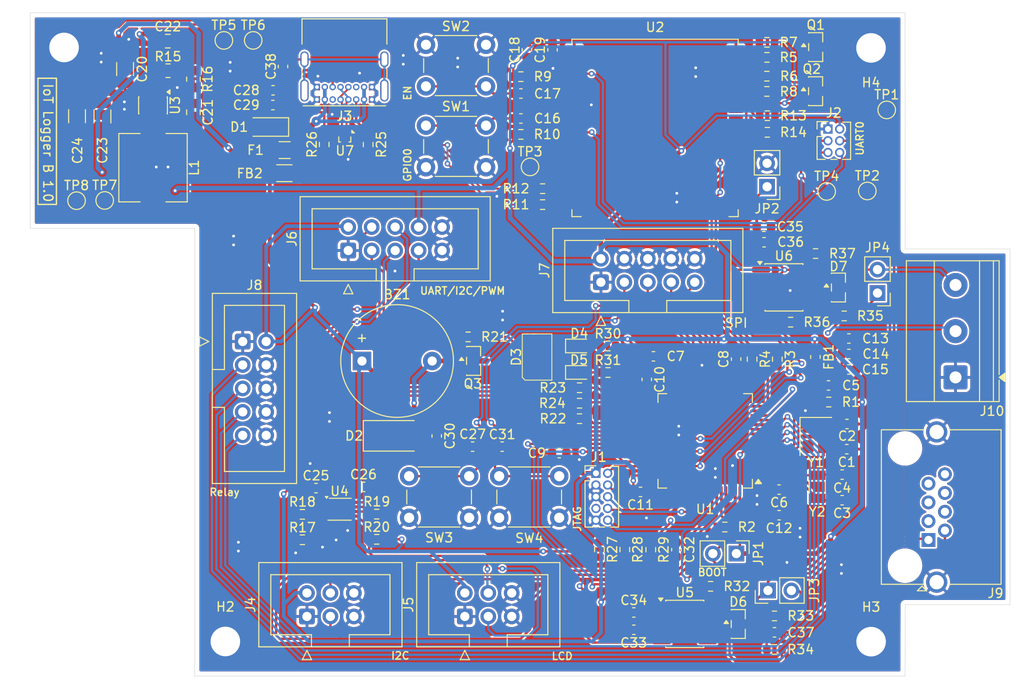
<source format=kicad_pcb>
(kicad_pcb (version 20241229) (generator "pcbnew") (generator_version "9.0")
  (title_block (title "IoT Logger B") (date "2026-01-24") (rev "1.0") (company "Piotr Kłyś"))
  (layers (0 "F.Cu" signal) (2 "B.Cu" signal) (13 "F.Paste" user) (15 "B.Paste" user) (5 "F.SilkS" user "F.Silkscreen") (7 "B.SilkS" user "B.Silkscreen") (1 "F.Mask" user) (3 "B.Mask" user) (25 "Edge.Cuts" user))
  (net 0 "")
  (net 1 "+3.3V")
  (net 2 "GND")
  (net 3 "Net-(BZ1--)")
  (net 4 "PH0")
  (net 5 "PH1")
  (net 6 "GPIOC14")
  (net 7 "GPIOC15")
  (net 8 "NRST")
  (net 9 "Net-(U1-VDDA)")
  (net 10 "GPIO0")
  (net 11 "EN")
  (net 12 "+5V")
  (net 13 "Net-(U3-SW)")
  (net 14 "Net-(U3-BST)")
  (net 15 "Net-(U3-FB)")
  (net 16 "Net-(C23-Pad2)")
  (net 17 "Net-(J3-SHIELD)")
  (net 18 "Net-(D3-VDD)")
  (net 19 "Net-(D3-DI)")
  (net 20 "GPIO11")
  (net 21 "Net-(D3-DO)")
  (net 22 "GPIO10")
  (net 23 "GPIOC0")
  (net 24 "USB_VBUS")
  (net 25 "Net-(D4-A)")
  (net 26 "GPIOC1")
  (net 27 "Net-(D5-A)")
  (net 28 "GPIO18")
  (net 29 "GPIO19")
  (net 32 "Net-(R27-Pad2)")
  (net 33 "SPI1_CS1")
  (net 34 "Net-(F1-Pad1)")
  (net 35 "JTAG_SWDIO")
  (net 36 "JTAG_SWO")
  (net 37 "JTAG_SWCLK")
  (net 38 "USB_CC1")
  (net 39 "USB_CC2")
  (net 40 "I2C1_SDA")
  (net 41 "I2C1_SCL")
  (net 42 "I2C_SCL_5V")
  (net 43 "I2C_SDA_5V")
  (net 44 "USART1_RX")
  (net 45 "TIM1_CH1")
  (net 46 "USART1_TX")
  (net 47 "SPI1_MOSI")
  (net 48 "SPI1_SCK")
  (net 49 "SPI1_MISO")
  (net 50 "Net-(JP2-A)")
  (net 52 "BOOT0")
  (net 53 "Net-(U2-GPIO13{slash}USB_D+)")
  (net 54 "USB_D+")
  (net 55 "USB_D-")
  (net 56 "Net-(U2-GPIO12{slash}USB_D-)")
  (net 57 "TIM3_CH1")
  (net 58 "TIM3_CH2")
  (net 59 "TIM3_CH3")
  (net 60 "TIM3_CH4")
  (net 61 "GPIOB14")
  (net 62 "GPIOB15")
  (net 63 "GPIOC2")
  (net 64 "TIM4_CH3")
  (net 65 "ADC1_1")
  (net 66 "GPIOD02")
  (net 67 "USART2_RX")
  (net 68 "GPIOB0")
  (net 69 "JTAG_JTRST")
  (net 70 "I2C2_SDA")
  (net 71 "GPIOC3")
  (net 72 "JTAG_JTDI")
  (net 73 "I2C2_SCL")
  (net 74 "GPIOC4")
  (net 75 "ADC1_0")
  (net 76 "USART2_TX")
  (net 77 "GPIOC13")
  (net 78 "GPIOC12")
  (net 79 "GPIOB1")
  (net 80 "GPIOC5")
  (net 81 "GPIOB2")
  (net 83 "MTMS")
  (net 84 "MTDO")
  (net 85 "GPIO23")
  (net 87 "MTDI")
  (net 88 "GPIO15")
  (net 89 "GPIO22")
  (net 90 "MTCK")
  (net 91 "U0RXD")
  (net 92 "U0TXD")
  (net 93 "GPIO8")
  (net 94 "Net-(Q1-G)")
  (net 95 "Net-(Q2-G)")
  (net 96 "Net-(Q3-B)")
  (net 97 "Net-(U1-PA2)")
  (net 98 "Net-(U1-PA3)")
  (net 99 "STM32_RST_OD")
  (net 100 "STM32_BOOT0_EN_N")
  (net 101 "Net-(U2-U0TXD{slash}GPIO16)")
  (net 102 "Net-(U2-U0RXD{slash}GPIO17)")
  (net 105 "GPIOB5")
  (net 106 "CAN2_RX")
  (net 107 "CAN1_TX")
  (net 108 "CAN1_RX")
  (net 109 "CAN2_TX")
  (net 110 "Net-(U1-VCAP_1)")
  (net 111 "Net-(JP3-B)")
  (net 112 "Net-(U5-Rs)")
  (net 114 "CANH1")
  (net 115 "CANL1")
  (net 117 "CANH2")
  (net 121 "CANL2")
  (net 122 "Net-(C37-Pad2)")
  (net 123 "RS485_A")
  (net 124 "RS485_B")
  (net 125 "Net-(JP4-A)")
  (net 126 "USART3_RX")
  (net 127 "USART3_TX")
  (footprint "Crystal:Crystal_SMD_3215-2Pin_3.2x1.5mm" (layer "F.Cu") (at 146.675 113.75 -90)
    (property "Reference" "Y2")
    (property "Value" "32.768K-CFPX217")
  )
  (footprint "Capacitor_SMD:C_0603_1608Metric" (layer "F.Cu") (at 114.6 73.875)
    (property "Reference" "C16")
    (property "Value" "100nF")
  )
  (footprint "Capacitor_SMD:C_0603_1608Metric" (layer "F.Cu") (at 149.375 115.2 180)
    (property "Reference" "C3")
    (property "Value" "22pF")
  )
  (footprint "PCM_Espressif:ESP32-C6-WROOM-1U" (layer "F.Cu") (at 129.125 74.75)
    (property "Reference" "U2")
    (property "Value" "ESP32-C6-WROOM-1U")
  )
  (footprint "Resistor_SMD:R_0603_1608Metric" (layer "F.Cu") (at 135.135 124.52 180)
    (property "Reference" "R32")
    (property "Value" "47kR")
  )
  (footprint "Resistor_SMD:R_0805_2012Metric" (layer "F.Cu") (at 76.405 68.705)
    (property "Reference" "R15")
    (property "Value" "182kR")
  )
  (footprint "Capacitor_SMD:C_0603_1608Metric" (layer "F.Cu") (at 150.10625 97.695)
    (property "Reference" "C13")
    (property "Value" "1nF")
  )
  (footprint "Capacitor_SMD:C_0603_1608Metric" (layer "F.Cu") (at 142.55 116.825)
    (property "Reference" "C12")
    (property "Value" "100nF")
  )
  (footprint "Resistor_SMD:R_0603_1608Metric" (layer "F.Cu") (at 143.8 95.925)
    (property "Reference" "R36")
    (property "Value" "680R")
  )
  (footprint "Resistor_SMD:R_0603_1608Metric" (layer "F.Cu") (at 124.025 101.375)
    (property "Reference" "R31")
    (property "Value" "1kR")
  )
  (footprint "Capacitor_SMD:C_0603_1608Metric" (layer "F.Cu") (at 118.025 66.45 90)
    (property "Reference" "C19")
    (property "Value" "100nF")
  )
  (footprint "TestPoint:TestPoint_Pad_D1.5mm" (layer "F.Cu") (at 154.2 72.95)
    (property "Reference" "TP1")
    (property "Value" "NRST")
  )
  (footprint "Capacitor_SMD:C_0603_1608Metric" (layer "F.Cu") (at 126.825 127.35 180)
    (property "Reference" "C34")
    (property "Value" "100nF")
  )
  (footprint "Resistor_SMD:R_0603_1608Metric" (layer "F.Cu") (at 114.6 75.6 180)
    (property "Reference" "R10")
    (property "Value" "10k")
  )
  (footprint "Capacitor_SMD:C_0603_1608Metric" (layer "F.Cu") (at 149.375 112.425 180)
    (property "Reference" "C4")
    (property "Value" "22pF")
  )
  (footprint "Resistor_SMD:R_0603_1608Metric" (layer "F.Cu") (at 98.9975 116.705 180)
    (property "Reference" "R19")
    (property "Value" "4K7")
  )
  (footprint "Capacitor_SMD:C_0603_1608Metric" (layer "F.Cu") (at 127.55 114.3)
    (property "Reference" "C11")
    (property "Value" "100nF")
  )
  (footprint "Resistor_SMD:R_0603_1608Metric" (layer "F.Cu") (at 93.31 76.69 90)
    (property "Reference" "R26")
    (property "Value" "5K1")
  )
  (footprint "Connector_IDC:IDC-Header_2x03_P2.54mm_Vertical" (layer "F.Cu") (at 108.53 127.78 90)
    (property "Reference" "J5")
    (property "Value" "LCD 16x2")
  )
  (footprint "TestPoint:TestPoint_Pad_D1.5mm" (layer "F.Cu") (at 66.5 82.775)
    (property "Reference" "TP8")
    (property "Value" "GND")
  )
  (footprint "Capacitor_SMD:C_0603_1608Metric" (layer "F.Cu") (at 92.42 113.89)
    (property "Reference" "C25")
    (property "Value" "100nF")
  )
  (footprint "Resistor_SMD:R_0603_1608Metric" (layer "F.Cu") (at 141.2375 67.2625 180)
    (property "Reference" "R5")
    (property "Value" "1k")
  )
  (footprint "LED_SMD:LED_0603_1608Metric" (layer "F.Cu") (at 120.9225 101.365)
    (property "Reference" "D5")
    (property "Value" "LED")
  )
  (footprint "Package_QFP:LQFP-64_10x10mm_P0.5mm" (layer "F.Cu") (at 134.55 108.775 180)
    (property "Reference" "U1")
    (property "Value" "STM32F412RGTx")
  )
  (footprint "Connector_PinHeader_2.54mm:PinHeader_1x02_P2.54mm_Vertical" (layer "F.Cu") (at 141.345 124.97 90)
    (property "Reference" "JP3")
    (property "Value" "Jumper_2_Bridged")
  )
  (footprint "Capacitor_SMD:C_0603_1608Metric" (layer "F.Cu") (at 142.05 129.5 180)
    (property "Reference" "C37")
    (property "Value" "4.7nF")
  )
  (footprint "Connector_IDC:IDC-Header_2x05_P2.54mm_Vertical" (layer "F.Cu") (at 123.26 91.6 90)
    (property "Reference" "J7")
    (property "Value" "SPI")
  )
  (footprint "Capacitor_SMD:C_0603_1608Metric" (layer "F.Cu") (at 126.825 129.225 180)
    (property "Reference" "C33")
    (property "Value" "1uF")
  )
  (footprint "Resistor_SMD:R_0603_1608Metric" (layer "F.Cu") (at 142.05 127.725 180)
    (property "Reference" "R33")
    (property "Value" "60R")
  )
  (footprint "Resistor_SMD:R_0603_1608Metric" (layer "F.Cu") (at 116.95 81.475)
    (property "Reference" "R12")
    (property "Value" "22R")
  )
  (footprint "Capacitor_SMD:C_0603_1608Metric" (layer "F.Cu") (at 87.75 72.425)
    (property "Reference" "C29")
    (property "Value" "100nF")
  )
  (footprint "Capacitor_SMD:C_0603_1608Metric" (layer "F.Cu") (at 147.9 102.775 180)
    (property "Reference" "C5")
    (property "Value" "100nF")
  )
  (footprint "TestPoint:TestPoint_Pad_D1.5mm" (layer "F.Cu") (at 152.1 81.725)
    (property "Reference" "TP2")
    (property "Value" "BOOT0")
  )
  (footprint "Resistor_SMD:R_0603_1608Metric" (layer "F.Cu") (at 142.05 131.35)
    (property "Reference" "R34")
    (property "Value" "60R")
  )
  (footprint "Resistor_SMD:R_0603_1608Metric" (layer "F.Cu") (at 124.025 98.5)
    (property "Reference" "R30")
    (property "Value" "1kR")
  )
  (footprint "Capacitor_SMD:C_0603_1608Metric" (layer "F.Cu") (at 149.9 106.95 180)
    (property "Reference" "C2")
    (property "Value" "12pF")
  )
  (footprint "Resistor_SMD:R_0603_1608Metric" (layer "F.Cu") (at 149.6 95.25)
    (property "Reference" "R35")
    (property "Value" "120R")
  )
  (footprint "Capacitor_SMD:C_0603_1608Metric" (layer "F.Cu") (at 142.55 114.05)
    (property "Reference" "C6")
    (property "Value" "100nF")
  )
  (footprint "Resistor_SMD:R_0603_1608Metric" (layer "F.Cu") (at 141.275 75.375 180)
    (property "Reference" "R14")
    (property "Value" "100R")
  )
  (footprint "Resistor_SMD:R_0805_2012Metric" (layer "F.Cu") (at 79.155 69.6175 -90)
    (property "Reference" "R16")
    (property "Value" "62kR")
  )
  (footprint "MountingHole:MountingHole_3.2mm_M3_DIN965_Pad" (layer "F.Cu") (at 152.5 66.24 180)
    (property "Reference" "H4")
    (property "Value" "MountingHole_Pad")
  )
  (footprint "Capacitor_SMD:C_0805_2012Metric" (layer "F.Cu") (at 79.155 73.205 90)
    (property "Reference" "C21")
    (property "Value" "100nF")
  )
  (footprint "Capacitor_SMD:C_0603_1608Metric" (layer "F.Cu") (at 87.775 70.825)
    (property "Reference" "C28")
    (property "Value" "10uF")
  )
  (footprint "Buzzer_Beeper:Buzzer_12x9.5RM7.6" (layer "F.Cu") (at 97.4 100.13)
    (property "Reference" "BZ1")
    (property "Value" "Buzzer 5V 12mm")
  )
  (footprint "Package_SO:VSSOP-8_2.3x2mm_P0.5mm" (layer "F.Cu") (at 94.9725 116.175)
    (property "Reference" "U4")
    (property "Value" "PCA9306DCUR")
  )
  (footprint "Resistor_SMD:R_0603_1608Metric" (layer "F.Cu") (at 147.925 104.575)
    (property "Reference" "R1")
    (property "Value" "10k")
  )
  (footprint "Connector_PinHeader_2.54mm:PinHeader_1x02_P2.54mm_Vertical" (layer "F.Cu") (at 153.2 92.775 180)
    (property "Reference" "JP4")
    (property "Value" "Jumper_2_Bridged")
  )
  (footprint "LED_SMD:LED_Avago_PLCC4_3.2x2.8mm_CW" (layer "F.Cu") (at 116.35 99.7 90)
    (property "Reference" "D3")
    (property "Value" "OSTBPCS2C2B")
  )
  (footprint "Connector_IDC:IDC-Header_2x05_P2.54mm_Vertical" (layer "F.Cu") (at 95.91 88.17 90)
    (property "Reference" "J6")
    (property "Value" "Additional")
  )
  (footprint "TerminalBlock_Phoenix:TerminalBlock_Phoenix_MKDS-1,5-3_1x03_P5.00mm_Horizontal" (layer "F.Cu") (at 161.65 101.9 90)
    (property "Reference" "J10")
    (property "Value" "Modbus")
  )
  (footprint "MountingHole:MountingHole_3.2mm_M3_DIN965_Pad" (layer "F.Cu") (at 152.51 130.51)
    (property "Reference" "H3")
    (property "Value" "MountingHole_Pad")
  )
  (footprint "Connector_IDC:IDC-Header_2x05_P2.54mm_Vertical" (layer "F.Cu") (at 84.49 98.02)
    (property "Reference" "J8")
    (property "Value" "Relay")
  )
  (footprint "Resistor_SMD:R_0603_1608Metric" (layer "F.Cu") (at 136.675 118.1 180)
    (property "Reference" "R2")
    (property "Value" "10k")
  )
  (footprint "Package_TO_SOT_SMD:SOT-23" (layer "F.Cu") (at 109.48 100.12)
    (property "Reference" "Q3")
    (property "Value" "BC817-40-DIO")
  )
  (footprint "Resistor_SMD:R_0603_1608Metric" (layer "F.Cu") (at 116.95 83.2)
    (property "Reference" "R11")
    (property "Value" "22R")
  )
  (footprint "Capacitor_SMD:C_0603_1608Metric" (layer "F.Cu") (at 109.375 109.4 180)
    (property "Reference" "C27")
    (property "Value" "100nF")
  )
  (footprint "Resistor_SMD:R_0603_1608Metric" (layer "F.Cu") (at 98.9975 119.43)
    (property "Reference" "R20")
    (property "Value" "4K7")
  )
  (footprint "Inductor_SMD:L_0603_1608Metric" (layer "F.Cu") (at 146.48125 99.695 -90)
    (property "Reference" "FB1")
    (property "Value" "CBM03YTAG601-1")
  )
  (footprint "Diode_SMD:D_SOD-123F" (layer "F.Cu") (at 87.25 74.8 180)
    (property "Reference" "D1")
    (property "Value" "SMF5.0A")
  )
  (footprint "Resistor_SMD:R_0603_1608Metric" (layer "F.Cu") (at 146.5 88.5 180)
    (property "Reference" "R37")
    (property "Value" "680R")
  )
  (footprint "Resistor_SMD:R_0603_1608Metric" (layer "F.Cu") (at 142.36 99.93 -90)
    (property "Reference" "R3")
    (property "Value" "0R")
  )
  (footprint "Resistor_SMD:R_0603_1608Metric" (layer "F.Cu") (at 125.85 120.54 -90)
    (property "Reference" "R28")
    (property "Value" "68k")
  )
  (footprint "Capacitor_SMD:C_0603_1608Metric" (layer "F.Cu") (at 105.49 108.24 -90)
    (property "Reference" "C30")
    (property "Value" "100nF")
  )
  (footprint "MountingHole:MountingHole_3.2mm_M3_DIN965_Pad" (layer "F.Cu") (at 82.61 130.49)
    (property "Reference" "H2")
    (property "Value" "MountingHole_Pad")
  )
  (footprint "Capacitor_SMD:C_0603_1608Metric" (layer "F.Cu") (at 114.6 71.175)
    (property "Reference" "C17")
    (property "Value" "100nF")
  )
  (footprint "Resistor_SMD:R_0603_1608Metric" (layer "F.Cu") (at 120.95 106.375)
    (property "Reference" "R22")
    (property "Value" "220R")
  )
  (footprint "Resistor_SMD:R_0603_1608Metric" (layer "F.Cu") (at 98.07 76.7 90)
    (property "Reference" "R25")
    (property "Value" "5K1")
  )
  (footprint "TestPoint:TestPoint_Pad_D1.5mm" (layer "F.Cu") (at 82.45 65.425)
    (property "Reference" "TP5")
    (property "Value" "+5V")
  )
  (footprint "Diode_SMD:D_SMA" (layer "F.Cu") (at 101.05 108.23)
    (property "Reference" "D2")
    (property "Value" "M7-DIO")
  )
  (footprint "Button_Switch_THT:SW_PUSH_6mm" (layer "F.Cu") (at 104.325 65.9)
    (property "Reference" "SW2")
    (property "Value" "Tact Switch 6x6mm / 13mm")
  )
  (footprint "Capacitor_SMD:C_0603_1608Metric" (layer "F.Cu") (at 112.575 109.4)
    (property "Reference" "C31")
    (property "Value" "100nF")
  )
  (footprint "Package_TO_SOT_SMD:Texas_DRT-3" (layer "F.Cu") (at 95.5375 75.8725 180)
    (property "Reference" "U7")
    (property "Value" "TPD2EUSB30")
  )
  (footprint "TestPoint:TestPoint_Pad_D1.5mm" (layer "F.Cu") (at 69.55 82.75)
    (property "Reference" "TP7")
    (property "Value" "+3.3V")
  )
  (footprint "Package_TO_SOT_SMD:SOT-23" (layer "F.Cu") (at 146.5 70.925)
    (property "Reference" "Q2")
    (property "Value" "AO3407")
  )
  (footprint "Resistor_SMD:R_0603_1608Metric" (layer "F.Cu") (at 123.1 120.54 90)
    (property "Reference" "R27")
    (property "Value" "200k")
  )
  (footprint "Button_Switch_THT:SW_PUSH_6mm" (layer "F.Cu") (at 118.75 117.1 180)
    (property "Reference" "SW4")
    (property "Value" "Tact Switch 6x6mm / 13mm")
  )
  (footprint "Capacitor_SMD:C_0603_1608Metric" (layer "F.Cu") (at 128.95 99.625)
    (property "Reference" "C7")
    (property "Value" "2.2uF")
  )
  (footprint "Capacitor_SMD:C_0603_1608Metric" (layer "F.Cu") (at 149.875 109.675 180)
    (property "Reference" "C1")
    (property "Value" "12pF")
  )
  (footprint "Capacitor_SMD:C_0603_1608Metric" (layer "F.Cu") (at 128.225 102.125 -90)
    (property "Reference" "C10")
    (property "Value" "100nF")
  )
  (footprint "Capacitor_SMD:C_0603_1608Metric" (layer "F.Cu") (at 97.5725 113.755 180)
    (property "Reference" "C26")
    (property "Value" "100nF")
  )
  (footprint "Connector_USB:USB_C_Receptacle_GCT_USB4085" (layer "F.Cu") (at 98.475 71.825 180)
    (property "Reference" "J3")
    (property "Value" "USB-C")
  )
  (footprint "Capacitor_SMD:C_0603_1608Metric" (layer "F.Cu") (at 150.10625 99.37)
    (property "Reference" "C14")
    (property "Value" "100nF")
  )
  (footprint "Resistor_SMD:R_0603_1608Metric" (layer "F.Cu") (at 128.66 120.55 90)
    (property "Reference" "R29")
    (property "Value" "0R")
  )
  (footprint "Button_Switch_THT:SW_PUSH_6mm" (layer "F.Cu") (at 109 117.1 180)
    (property "Reference" "SW3")
    (property "Value" "Tact Switch 6x6mm / 13mm")
  )
  (footprint "TestPoint:TestPoint_Pad_D1.5mm" (layer "F.Cu") (at 147.7 81.775)
    (property "Reference" "TP4")
    (property "Value" "EN")
  )
  (footprint "Capacitor_SMD:C_0603_1608Metric" (layer "F.Cu") (at 115.25 66.45 90)
    (property "Reference" "C18")
    (property "Value" "22uF")
  )
  (footprint "Resistor_SMD:R_0603_1608Metric" (layer "F.Cu") (at 141.225 70.95)
    (property "Reference" "R8")
    (property "Value" "100k")
  )
  (footprint "Capacitor_SMD:C_0603_1608Metric" (layer "F.Cu") (at 137.9 99.925 90)
    (property "Reference" "C8")
    (property "Value" "100nF")
  )
  (footprint "Package_TO_SOT_SMD:SOT-23" (layer "F.Cu") (at 138.13 128.6)
    (property "Reference" "D6")
    (property "Value" "ESDCAN01-2BLY")
  )
  (footprint "Button_Switch_THT:SW_PUSH_6mm" (layer "F.Cu") (at 110.825 79.15 180)
    (property "Reference" "SW1")
    (property "Value" "Tact Switch 6x6mm / 13mm")
  )
  (footprint "Capacitor_SMD:C_1206_3216Metric" (layer "F.Cu") (at 69.305 73.655 90)
    (property "Reference" "C23")
    (property "Value" "22uF")
  )
  (footprint "Resistor_SMD:R_0603_1608Metric" (layer "F.Cu") (at 90.9475 119.48)
    (property "Reference" "R17")
    (property "Value" "0")
  )
  (footprint "Capacitor_SMD:C_0603_1608Metric" (layer "F.Cu") (at 150.10625 101.045)
    (property "Reference" "C15")
    (property "Value" "1uF")
  )
  (footprint "Capacitor_SMD:C_1206_3216Metric" (layer "F.Cu") (at 71.755 68.53 -90)
    (property "Reference" "C20")
    (property "Value" "10uF")
  )
  (footprint "Resistor_SMD:R_0603_1608Metric" (layer "F.Cu") (at 108.89 97.52)
    (property "Reference" "R21")
    (property "Value" "1K")
  )
  (footprint "Connector_PinHeader_2.54mm:PinHeader_1x02_P2.54mm_Vertical" (layer "F.Cu") (at 137.925 120.975 -90)
    (property "Reference" "JP1")
    (property "Value" "Jumper_2_Bridged")
  )
  (footprint "Resistor_SMD:R_0603_1608Metric" (layer "F.Cu") (at 141.275 73.575 180)
    (property "Reference" "R13")
    (property "Value" "100R")
  )
  (footprint "Connector_IDC:IDC-Header_2x03_P2.54mm_Vertical" (layer "F.Cu") (at 91.44 127.78 90)
    (property "Reference" "J4")
    (property "Value" "Sensor")
  )
  (footprint "Crystal:Crystal_SMD_3225-4Pin_3.2x2.5mm" (layer "F.Cu") (at 146.525 108.3 -90)
    (property "Reference" "Y1")
    (property "Value" "3225-25M-SR")
  )
  (footprint "Package_SO:SOIC-8_3.9x4.9mm_P1.27mm" (layer "F.Cu") (at 143.075 92.16)
    (property "Reference" "U6")
    (property "Value" "MAX3485CSA+")
  )
  (footprint "Capacitor_SMD:C_0603_1608Metric" (layer "F.Cu") (at 140.925 87.275 180)
    (property "Reference" "C36")
    (property "Value" "100nF")
  )
  (footprint "Capacitor_SMD:C_0603_1608Metric" (layer "F.Cu") (at 140.9 85.6 180)
    (property "Reference" "C35")
    (property "Value" "1uF")
  )
  (footprint "Inductor_SMD:L_1206_3216Metric" (layer "F.Cu") (at 89 79.8)
    (property "Reference" "FB2")
    (property "Value" "CBM04YTAG601")
  )
  (footprint "Inductor_SMD:L_7.3x7.3_H3.5" (layer "F.Cu") (at 74.78 79.205 -90)
    (property "Reference" "L1")
    (property "Value" "DR73-6R8-R")
  )
  (footprint "Package_TO_SOT_SMD:SOT-23" (layer "F.Cu") (at 146.5125 66.15)
    (property "Reference" "Q1")
    (property "Value" "BSS138")
  )
  (footprint "PersonalLib:RJ45_Amphenol_RJHSE5380_SHORT" (layer "F.Cu") (at 158.72 119.498 90)
    (property "Reference" "J9")
    (property "Value" "CAN")
  )
  (footprint "TestPoint:TestPoint_Pad_D1.5mm" (layer "F.Cu") (at 115.59 79.12)
    (property "Reference" "TP3")
    (property "Value" "GPIO0")
  )
  (footprint "Capacitor_SMD:C_0603_1608Metric" (layer "F.Cu") (at 88.85 68.25 -90)
    (property "Reference" "C38")
    (property "Value" "1nF")
  )
  (footprint "LED_SMD:LED_0603_1608Metric" (layer "F.Cu") (at 120.9225 98.5)
    (property "Reference" "D4")
    (property "Value" "LED")
  )
  (footprint "Connector_PinHeader_2.54mm:PinHeader_1x02_P2.54mm_Vertical" (layer "F.Cu") (at 141.25 81.265 180)
    (property "Reference" "JP2")
    (property "Value" "Jumper_2_Bridged")
  )
  (footprint "Resistor_SMD:R_0603_1608Metric" (layer "F.Cu") (at 139.63 99.93 -90)
    (property "Reference" "R4")
    (property "Value" "0R")
  )
  (footprint "Resistor_SMD:R_0603_1608Metric" (layer "F.Cu") (at 120.95 104.7)
    (property "Reference" "R24")
    (property "Value" "220R")
  )
  (footprint "Package_TO_SOT_SMD:SOT-23" (layer "F.Cu") (at 148.975 92.175)
    (property "Reference" "D7")
    (property "Value" "SM712TR-SMC")
  )
  (footprint "MountingHole:MountingHole_3.2mm_M3_DIN965_Pad" (layer "F.Cu") (at 65.15 66.19)
    (property "Reference" "H1" (hide yes))
    (property "Value" "MountingHole_Pad")
  )
  (footprint "Resistor_SMD:R_0603_1608Metric" (layer "F.Cu") (at 90.9475 116.73)
    (property "Reference" "R18")
    (property "Value" "0")
  )
  (footprint "Capacitor_SMD:C_0805_2012Metric" (layer "F.Cu") (at 76.38 65.505)
    (property "Reference" "C22")
    (property "Value" "100pF")
  )
  (footprint "Fuse:Fuse_1206_3216Metric" (layer "F.Cu") (at 89.025 77.3 180)
    (property "Reference" "F1")
    (property "Value" "1A")
  )
  (footprint "TestPoint:TestPoint_Pad_D1.5mm" (layer "F.Cu") (at 85.625 65.425)
    (property "Reference" "TP6")
    (property "Value" "GND")
  )
  (footprint "Capacitor_SMD:C_1206_3216Metric" (layer "F.Cu") (at 66.555 73.63 -90)
    (property "Reference" "C24")
    (property "Value" "22uF")
  )
  (footprint "Capacitor_SMD:C_0603_1608Metric" (layer "F.Cu") (at 118.75 110.1 180)
    (property "Reference" "C9")
    (property "Value" "22uF")
  )
  (footprint "Resistor_SMD:R_0603_1608Metric" (layer "F.Cu") (at 120.95 103.025)
    (property "Reference" "R23")
    (property "Value" "220R")
  )
  (footprint "Resistor_SMD:R_0603_1608Metric" (layer "F.Cu") (at 114.6 69.35 180)
    (property "Reference" "R9")
    (property "Value" "10k")
  )
  (footprint "Package_SO:SOIC-8_3.9x4.9mm_P1.27mm" (layer "F.Cu") (at 132.34 128.59)
    (property "Reference" "U5")
    (property "Value" "SN65HVD230DR")
  )
  (footprint "Connector_PinHeader_1.27mm:PinHeader_2x03_P1.27mm_Vertical" (layer "F.Cu") (at 147.84 75.02)
    (property "Reference" "J2")
    (property "Value" "ESP_UART")
  )
  (footprint "Resistor_SMD:R_0603_1608Metric" (layer "F.Cu") (at 141.225 69.3 180)
    (property "Reference" "R6")
    (property "Value" "1k")
  )
  (footprint "Package_TO_SOT_SMD:TSOT-23-6" (layer "F.Cu") (at 74.78 72.455 -90)
    (property "Reference" "U3")
    (property "Value" "AP63200WU")
  )
  (footprint "Capacitor_SMD:C_0603_1608Metric" (layer "F.Cu") (at 131.43 120.55 90)
    (property "Reference" "C32")
    (property "Value" "100nF")
  )
  (footprint "Connector_PinHeader_1.27mm:PinHeader_2x05_P1.27mm_Vertical" (layer "F.Cu") (at 122.725 112.28)
    (property "Reference" "J1")
    (property "Value" "JTAG")
  )
  (footprint "Resistor_SMD:R_0603_1608Metric" (layer "F.Cu") (at 141.2375 65.6375)
    (property "Reference" "R7")
    (property "Value" "100k")
  )
  (gr_rect (start 62.325 69.52) (end 64.325 83.18) (stroke (width 0.15)) (fill no) (layer "F.SilkS"))
  (gr_line (start 61.485 62.44) (end 156.185 62.44) (stroke (width 0.05)) (layer "Edge.Cuts"))
  (gr_line (start 156.2 126.5) (end 156.185 134.23) (stroke (width 0.05)) (layer "Edge.Cuts"))
  (gr_line (start 79.3 85.77) (end 61.49 85.77) (stroke (width 0.05)) (layer "Edge.Cuts"))
  (gr_line (start 156.1925 88) (end 167.55 88) (stroke (width 0.05)) (layer "Edge.Cuts"))
  (gr_line (start 167.55 126.5) (end 156.2 126.5) (stroke (width 0.05)) (layer "Edge.Cuts"))
  (gr_line (start 156.185 134.23) (end 79.3 134.23) (stroke (width 0.05)) (layer "Edge.Cuts"))
  (gr_line (start 156.185 62.44) (end 156.1925 88) (stroke (width 0.05)) (layer "Edge.Cuts"))
  (gr_line (start 61.49 85.77) (end 61.485 62.44) (stroke (width 0.05)) (layer "Edge.Cuts"))
  (gr_line (start 167.55 88) (end 167.55 126.5) (stroke (width 0.05)) (layer "Edge.Cuts"))
  (gr_line (start 79.3 134.23) (end 79.3 85.77) (stroke (width 0.05)) (layer "Edge.Cuts"))
  (gr_text "I2C" (at 100.475 132.5 0) (layer "F.SilkS") (effects (font (size 0.8 0.8)) (justify left bottom)))
  (gr_text "Relay" (at 80.8 114.8 0) (layer "F.SilkS") (effects (font (size 0.8 0.8)) (justify left bottom)))
  (gr_text "EN" (at 102.8 72 90) (layer "F.SilkS") (effects (font (size 0.8 0.8)) (justify left bottom)))
  (gr_text "GPIO0" (at 102.8 80.8 90) (layer "F.SilkS") (effects (font (size 0.8 0.8)) (justify left bottom)))
  (gr_text "JTAG" (at 121.175 118.675 90) (layer "F.SilkS") (effects (font (size 0.8 0.8)) (justify left bottom)))
  (gr_text "UART0" (at 151.76 77.975 90) (layer "F.SilkS") (effects (font (size 0.8 0.8)) (justify left bottom)))
  (gr_text "SPI" (at 136.6 96.6 0) (layer "F.SilkS") (effects (font (size 1 1)) (justify left bottom)))
  (gr_text "LCD" (at 117.85 132.55 0) (layer "F.SilkS") (effects (font (size 0.8 0.8)) (justify left bottom)))
  (gr_text "BOOT" (at 133.675 123.475 0) (layer "F.SilkS") (effects (font (size 0.8 0.8)) (justify left bottom)))
  (gr_text "IoT Logger B 1.0" (at 62.825 70.02 270) (layer "F.SilkS") (effects (font (size 1 1)) (justify left bottom)))
  (gr_text "UART/I2C/PWM" (at 103.6 93 0) (layer "F.SilkS") (effects (font (size 0.8 0.8)) (justify left bottom)))
  (segment (start 143.155 90.255) (end 145.55 90.255) (width 0.25) (layer "F.Cu") (net 1))
  (segment (start 113.425 76.575) (end 113.775 76.225) (width 0.25) (layer "F.Cu") (net 1))
  (segment (start 148.75 104.575) (end 151.55 104.575) (width 0.25) (layer "F.Cu") (net 1))
  (segment (start 131.975 77.375) (end 131.9 77.375) (width 0.5) (layer "F.Cu") (net 1))
  (segment (start 143.155 90.255) (end 141.7 88.8) (width 0.25) (layer "F.Cu") (net 1))
  (segment (start 130.8 101.45) (end 130.475 101.125) (width 0.25) (layer "F.Cu") (net 1))
  (segment (start 129.86 129.23) (end 127.61 129.23) (width 0.25) (layer "F.Cu") (net 1))
  (segment (start 118.56 67.76) (end 120.375 67.76) (width 0.25) (layer "F.Cu") (net 1))
  (segment (start 113.775 76.225) (end 113.775 75.6) (width 0.25) (layer "F.Cu") (net 1))
  (segment (start 135.97 98.02) (end 136.24 97.75) (width 0.25) (layer "F.Cu") (net 1))
  (segment (start 123.865 125.65) (end 123.275 126.24) (width 0.25) (layer "F.Cu") (net 1))
  (segment (start 137.3 101.3) (end 137.9 100.7) (width 0.25) (layer "F.Cu") (net 1))
  (segment (start 138.625 116.725) (end 138.3 116.4) (width 0.25) (layer "F.Cu") (net 1))
  (segment (start 137.925 120.975) (end 146.625 120.975) (width 0.5) (layer "F.Cu") (net 1))
  (segment (start 128.875 112.525) (end 126.925 112.525) (width 0.25) (layer "F.Cu") (net 1))
  (segment (start 129.865 129.225) (end 129.86 129.23) (width 0.25) (layer "F.Cu") (net 1))
  (segment (start 118.025 67.225) (end 118.56 67.76) (width 0.25) (layer "F.Cu") (net 1))
  (segment (start 91.5125 113.89) (end 91.6475 113.755) (width 0.25) (layer "F.Cu") (net 1))
  (segment (start 127.595 129.215) (end 127.595 126.095) (width 0.25) (layer "F.Cu") (net 1))
  (segment (start 141.7 85.625) (end 141.675 85.6) (width 0.25) (layer "F.Cu") (net 1))
  (segment (start 74.805 65.505) (end 75.43 65.505) (width 0.5) (layer "F.Cu") (net 1))
  (segment (start 142.8 90.61) (end 143.155 90.255) (width 0.25) (layer "F.Cu") (net 1))
  (segment (start 127.61 129.23) (end 127.595 129.215) (width 0.25) (layer "F.Cu") (net 1))
  (segment (start 113.425 77.1) (end 113.425 76.575) (width 0.25) (layer "F.Cu") (net 1))
  (segment (start 126.775 112.675) (end 126.775 114.3) (width 0.25) (layer "F.Cu") (net 1))
  (segment (start 119.6 110.625) (end 119.6 110.175) (width 0.5) (layer "F.Cu") (net 1))
  (segment (start 91.6475 115.855) (end 91.6475 113.755) (width 0.25) (layer "F.Cu") (net 1))
  (segment (start 145.525 71.9125) (end 145.2125 72.225) (width 0.25) (layer "F.Cu") (net 1))
  (segment (start 127.175 101.35) (end 128.225 101.35) (width 0.25) (layer "F.Cu") (net 1))
  (segment (start 137.9 100.7) (end 135.97 98.77) (width 0.25) (layer "F.Cu") (net 1))
  (segment (start 136.24 97.75) (end 136.575 97.75) (width 0.25) (layer "F.Cu") (net 1))
  (segment (start 138 100.8) (end 137.9 100.7) (width 0.25) (layer "F.Cu") (net 1))
  (segment (start 114.675 67.225) (end 115.25 67.225) (width 0.25) (layer "F.Cu") (net 1))
  (segment (start 126.825 98.425) (end 126.825 101) (width 0.25) (layer "F.Cu") (net 1))
  (segment (start 138 100.825) (end 138 100.8) (width 0.25) (layer "F.Cu") (net 1))
  (segment (start 146.4 97.75) (end 146.4 98.57) (width 0.25) (layer "F.Cu") (net 1))
  (segment (start 122.725 112.28) (end 121.255 112.28) (width 0.5) (layer "F.Cu") (net 1))
  (segment (start 135.97 98.77) (end 135.97 98.02) (width 0.25) (layer "F.Cu") (net 1))
  (segment (start 142.975 95.925) (end 142.8 95.75) (width 0.25) (layer "F.Cu") (net 1))
  (segment (start 121.255 112.28) (end 119.6 110.625) (width 0.5) (layer "F.Cu") (net 1))
  (segment (start 141.775 116.825) (end 141.775 114.05) (width 0.25) (layer "F.Cu") (net 1))
  (segment (start 113.775 68.225) (end 113.775 69.35) (width 0.25) (layer "F.Cu") (net 1))
  (segment (start 74.03 64.73) (end 74.805 65.505) (width 0.5) (layer "F.Cu") (net 1))
  (segment (start 146.4 98.57) (end 146.48125 98.65125) (width 0.25) (layer "F.Cu") (net 1))
  (segment (start 89.555 113.89) (end 91.5125 113.89) (width 0.25) (layer "F.Cu") (net 1))
  (segment (start 140.2 116.725) (end 138.625 116.725) (width 0.25) (layer "F.Cu") (net 1))
  (segment (start 138.3 120.6) (end 137.925 120.975) (width 0.25) (layer "F.Cu") (net 1))
  (segment (start 123.25 86.025) (end 123.25 89.32) (width 0.5) (layer "F.Cu") (net 1))
  (segment (start 141.625 112.525) (end 141.775 112.675) (width 0.25) (layer "F.Cu") (net 1))
  (segment (start 146.1625 71.9375) (end 146.125 71.975) (width 0.25) (layer "F.Cu") (net 1))
  (segment (start 130.475 101.125) (end 128.225 101.125) (width 0.25) (layer "F.Cu") (net 1))
  (segment (start 138.3 116.35) (end 138.3 114.45) (width 0.25) (layer "F.Cu") (net 1))
  (segment (start 93.5725 115.925) (end 91.7175 115.925) (width 0.25) (layer "F.Cu") (net 1))
  (segment (start 73.31 64.73) (end 74.03 64.73) (width 0.5) (layer "F.Cu") (net 1))
  (segment (start 141.7 88.8) (end 141.7 85.625) (width 0.25) (layer "F.Cu") (net 1))
  (segment (start 142.8 95.75) (end 142.8 90.61) (width 0.25) (layer "F.Cu") (net 1))
  (segment (start 113.725 68.175) (end 114.675 67.225) (width 0.25) (layer "F.Cu") (net 1))
  (segment (start 146.625 120.975) (end 148.15 119.45) (width 0.5) (layer "F.Cu") (net 1))
  (segment (start 138.3 116.4) (end 138.3 116.35) (width 0.25) (layer "F.Cu") (net 1))
  (segment (start 130.8 103.1) (end 130.8 101.45) (width 0.25) (layer "F.Cu") (net 1))
  (segment (start 127.595 126.095) (end 127.15 125.65) (width 0.25) (layer "F.Cu") (net 1))
  (segment (start 91.7175 115.925) (end 91.6475 115.855) (width 0.25) (layer "F.Cu") (net 1))
  (segment (start 88.925 114.52) (end 89.555 113.89) (width 0.25) (layer "F.Cu") (net 1))
  (segment (start 126.15 97.75) (end 126.825 98.425) (width 0.25) (layer "F.Cu") (net 1))
  (segment (start 146.48125 98.65125) (end 146.48125 98.9075) (width 0.25) (layer "F.Cu") (net 1))
  (segment (start 90.1225 116.73) (end 90.1225 115.28) (width 0.25) (layer "F.Cu") (net 1))
  (segment (start 140.2 116.725) (end 141.675 116.725) (width 0.25) (layer "F.Cu") (net 1))
  (segment (start 137.3 103.1) (end 137.3 101.3) (width 0.25) (layer "F.Cu") (net 1))
  (segment (start 75.4925 65.5675) (end 75.4925 68.705) (width 0.5) (layer "F.Cu") (net 1))
  (segment (start 145.2125 72.225) (end 141.4625 72.225) (width 0.25) (layer "F.Cu") (net 1))
  (segment (start 126.925 112.525) (end 126.775 112.675) (width 0.25) (layer "F.Cu") (net 1))
  (segment (start 75.43 65.505) (end 75.4925 65.5675) (width 0.5) (layer "F.Cu") (net 1))
  (segment (start 138.3 116.35) (end 138.3 120.6) (width 0.25) (layer "F.Cu") (net 1))
  (segment (start 90.1225 116.73) (end 90.1225 119.48) (width 0.25) (layer "F.Cu") (net 1))
  (segment (start 90.1225 115.28) (end 91.6475 113.755) (width 0.25) (layer "F.Cu") (net 1))
  (segment (start 127.15 125.65) (end 123.865 125.65) (width 0.25) (layer "F.Cu") (net 1))
  (segment (start 113.725 68.175) (end 113.775 68.225) (width 0.25) (layer "F.Cu") (net 1))
  (segment (start 131.9 77.375) (end 123.25 86.025) (width 0.5) (layer "F.Cu") (net 1))
  (segment (start 126.825 101) (end 127.175 101.35) (width 0.25) (layer "F.Cu") (net 1))
  (segment (start 115.25 67.225) (end 118.025 67.225) (width 0.25) (layer "F.Cu") (net 1))
  (segment (start 140.225 112.525) (end 141.625 112.525) (width 0.25) (layer "F.Cu") (net 1))
  (segment (start 141.675 116.725) (end 141.775 116.825) (width 0.25) (layer "F.Cu") (net 1))
  (segment (start 141.775 112.675) (end 141.775 114.05) (width 0.25) (layer "F.Cu") (net 1))
  (segment (start 148.15 119.45) (end 148.15 119.11) (width 0.5) (layer "F.Cu") (net 1))
  (segment (start 141.4625 72.225) (end 140.25 71.0125) (width 0.25) (layer "F.Cu") (net 1))
  (via (at 143.15 72.225) (size 0.6) (drill 0.3) (layers "F.Cu" "B.Cu") (net 1))
  (via (at 77.17 81.69) (size 0.6) (drill 0.3) (layers "F.Cu" "B.Cu") (net 1))
  (via (at 126.775 113.075) (size 0.6) (drill 0.3) (layers "F.Cu" "B.Cu") (net 1))
  (via (at 126.15 97.75) (size 0.6) (drill 0.3) (layers "F.Cu" "B.Cu") (net 1))
  (via (at 143.155 90.255) (size 0.6) (drill 0.3) (layers "F.Cu" "B.Cu") (net 1))
  (via (at 123.275 126.24) (size 0.6) (drill 0.3) (layers "F.Cu" "B.Cu") (net 1))
  (via (at 131.975 77.375) (size 0.6) (drill 0.3) (layers "F.Cu" "B.Cu") (net 1))
  (via (at 136.575 97.75) (size 0.6) (drill 0.3) (layers "F.Cu" "B.Cu") (net 1))
  (via (at 73.31 64.73) (size 0.6) (drill 0.3) (layers "F.Cu" "B.Cu") (net 1))
  (via (at 69.275 79.7) (size 0.6) (drill 0.3) (layers "F.Cu" "B.Cu") (net 1))
  (via (at 113.425 77.1) (size 0.6) (drill 0.3) (layers "F.Cu" "B.Cu") (net 1))
  (via (at 146.4 97.75) (size 0.6) (drill 0.3) (layers "F.Cu" "B.Cu") (net 1))
  (via (at 113.725 68.175) (size 0.6) (drill 0.3) (layers "F.Cu" "B.Cu") (net 1))
  (via (at 151.55 104.575) (size 0.6) (drill 0.3) (layers "F.Cu" "B.Cu") (net 1))
  (via (at 148.15 119.11) (size 0.6) (drill 0.3) (layers "F.Cu" "B.Cu") (net 1))
  (via (at 88.925 114.52) (size 0.6) (drill 0.3) (layers "F.Cu" "B.Cu") (net 1))
  (segment (start 123.575 111.1) (end 126 111.1) (width 0.5) (layer "B.Cu") (net 1))
  (segment (start 123.86 87.35) (end 123.25 87.96) (width 0.5) (layer "B.Cu") (net 1))
  (segment (start 122.75 112.255) (end 122.725 112.28) (width 0.5) (layer "B.Cu") (net 1))
  (segment (start 73.31 64.87) (end 73.31 64.73) (width 0.5) (layer "B.Cu") (net 1))
  (segment (start 90.175 125.225) (end 91.795 125.225) (width 0.4) (layer "B.Cu") (net 1))
  (segment (start 88.925 114.52) (end 88.925 126.475) (width 0.4) (layer "B.Cu") (net 1))
  (segment (start 143.15 72.1875) (end 144.225 71.1125) (width 0.25) (layer "B.Cu") (net 1))
  (segment (start 88.925 127.785) (end 88.925 126.475) (width 0.4) (layer "B.Cu") (net 1))
  (segment (start 126 111.1) (end 126.775 111.875) (width 0.5) (layer "B.Cu") (net 1))
  (segment (start 90.5 81.41) (end 103.7 81.41) (width 0.5) (layer "B.Cu") (net 1))
  (segment (start 146.85 97.75) (end 139.58 97.75) (width 0.5) (layer "B.Cu") (net 1))
  (segment (start 126.15 97.75) (end 124.45 97.75) (width 0.5) (layer "B.Cu") (net 1))
  (segment (start 111.62 81.41) (end 113.425 79.605) (width 0.5) (layer "B.Cu") (net 1))
  (segment (start 113.425 77.1) (end 113.425 79.605) (width 0.5) (layer "B.Cu") (net 1))
  (segment (start 149.11 75.02) (end 149.11 74.07) (width 0.25) (layer "B.Cu") (net 1))
  (segment (start 124.45 97.75) (end 124.4 97.8) (width 0.5) (layer "B.Cu") (net 1))
  (segment (start 144.225 66.775) (end 143.075 65.625) (width 0.25) (layer "B.Cu") (net 1))
  (segment (start 136.95 88.575) (end 135.725 87.35) (width 0.5) (layer "B.Cu") (net 1))
  (segment (start 124.4 97.8) (end 122.75 99.45) (width 0.5) (layer "B.Cu") (net 1))
  (segment (start 77.45 81.41) (end 90.5 81.41) (width 0.5) (layer "B.Cu") (net 1))
  (segment (start 146.85 97.75) (end 147.15 97.75) (width 0.5) (layer "B.Cu") (net 1))
  (segment (start 122.75 99.45) (end 122.75 112.255) (width 0.5) (layer "B.Cu") (net 1))
  (segment (start 138.63 90.255) (end 136.95 88.575) (width 0.25) (layer "B.Cu") (net 1))
  (segment (start 88.925 126.475) (end 90.175 125.225) (width 0.4) (layer "B.Cu") (net 1))
  (segment (start 126.775 111.875) (end 126.775 113.075) (width 0.5) (layer "B.Cu") (net 1))
  (segment (start 103.53 81.58) (end 103.7 81.41) (width 0.4) (layer "B.Cu") (net 1))
  (segment (start 123.275 126.24) (end 123.275 129.55) (width 0.4) (layer "B.Cu") (net 1))
  (segment (start 118.095 89.32) (end 113.425 84.65) (width 0.5) (layer "B.Cu") (net 1))
  (segment (start 123.25 87.96) (end 123.25 89.32) (width 0.5) (layer "B.Cu") (net 1))
  (segment (start 68.805 79.23) (end 68.805 73.18) (width 0.5) (layer "B.Cu") (net 1))
  (segment (start 148.15 119.11) (end 148.17 119.11) (width 0.5) (layer "B.Cu") (net 1))
  (segment (start 113.425 84.65) (end 113.425 79.605) (width 0.5) (layer "B.Cu") (net 1))
  (segment (start 143.155 90.255) (end 138.63 90.255) (width 0.25) (layer "B.Cu") (net 1))
  (segment (start 123.275 120.4) (end 123.275 126.24) (width 0.4) (layer "B.Cu") (net 1))
  (segment (start 149.11 74.07) (end 148.61 73.57) (width 0.25) (layer "B.Cu") (net 1))
  (segment (start 136.95 97.375) (end 136.95 88.575) (width 0.5) (layer "B.Cu") (net 1))
  (segment (start 151.55 102.15) (end 151.55 104.575) (width 0.5) (layer "B.Cu") (net 1))
  (segment (start 148.61 73.57) (end 135.78 73.57) (width 0.25) (layer "B.Cu") (net 1))
  (segment (start 121.82 112.28) (end 120.725 113.375) (width 0.4) (layer "B.Cu") (net 1))
  (segment (start 143.075 65.625) (end 116.275 65.625) (width 0.25) (layer "B.Cu") (net 1))
  (segment (start 123.275 129.55) (end 122.345 130.48) (width 0.4) (layer "B.Cu") (net 1))
  (segment (start 122.725 111.95) (end 123.575 111.1) (width 0.5) (layer "B.Cu") (net 1))
  (segment (start 130.25 75.65) (end 130.25 65.625) (width 0.25) (layer "B.Cu") (net 1))
  (segment (start 139.58 97.75) (end 136.575 97.75) (width 0.5) (layer "B.Cu") (net 1))
  (segment (start 135.78 73.57) (end 131.975 77.375) (width 0.25) (layer "B.Cu") (net 1))
  (segment (start 116.275 65.625) (end 113.725 68.175) (width 0.25) (layer "B.Cu") (net 1))
  (segment (start 120.725 113.375) (end 120.725 117.85) (width 0.4) (layer "B.Cu") (net 1))
  (segment (start 73.73 65.29) (end 73.31 64.87) (width 0.5) (layer "B.Cu") (net 1))
  (segment (start 148.17 119.11) (end 151.55 115.73) (width 0.5) (layer "B.Cu") (net 1))
  (segment (start 144.225 71.1125) (end 144.225 66.775) (width 0.25) (layer "B.Cu") (net 1))
  (segment (start 122.725 112.28) (end 122.725 111.95) (width 0.5) (layer "B.Cu") (net 1))
  (segment (start 122.345 130.48) (end 91.62 130.48) (width 0.4) (layer "B.Cu") (net 1))
  (segment (start 77.17 81.69) (end 77.45 81.41) (width 0.5) (layer "B.Cu") (net 1))
  (segment (start 143.15 72.225) (end 143.15 72.1875) (width 0.25) (layer "B.Cu") (net 1))
  (segment (start 122.725 112.28) (end 121.82 112.28) (width 0.4) (layer "B.Cu") (net 1))
  (segment (start 123.25 89.32) (end 118.095 89.32) (width 0.5) (layer "B.Cu") (net 1))
  (segment (start 135.725 87.35) (end 123.86 87.35) (width 0.5) (layer "B.Cu") (net 1))
  (segment (start 124.4 97.8) (end 124.44 97.76) (width 0.5) (layer "B.Cu") (net 1))
  (segment (start 126.15 97.75) (end 136.575 97.75) (width 0.5) (layer "B.Cu") (net 1))
  (segment (start 137.925 120.975) (end 138.14 120.76) (width 0.5) (layer "B.Cu") (net 1))
  (segment (start 113.425 77.1) (end 113.425 68.475) (width 0.25) (layer "B.Cu") (net 1))
  (segment (start 147.15 97.75) (end 151.55 102.15) (width 0.5) (layer "B.Cu") (net 1))
  (segment (start 69.275 79.7) (end 68.805 79.23) (width 0.5) (layer "B.Cu") (net 1))
  (segment (start 136.575 97.75) (end 136.95 97.375) (width 0.5) (layer "B.Cu") (net 1))
  (segment (start 151.55 115.73) (end 151.55 104.575) (width 0.5) (layer "B.Cu") (net 1))
  (segment (start 113.425 68.475) (end 113.725 68.175) (width 0.25) (layer "B.Cu") (net 1))
  (segment (start 143.15 72.225) (end 143.15 72.1) (width 0.25) (layer "B.Cu") (net 1))
  (segment (start 131.975 77.375) (end 130.25 75.65) (width 0.25) (layer "B.Cu") (net 1))
  (segment (start 120.725 117.85) (end 123.275 120.4) (width 0.4) (layer "B.Cu") (net 1))
  (segment (start 68.805 73.18) (end 73.73 68.255) (width 0.5) (layer "B.Cu") (net 1))
  (segment (start 103.7 81.41) (end 111.62 81.41) (width 0.5) (layer "B.Cu") (net 1))
  (segment (start 91.62 130.48) (end 88.925 127.785) (width 0.4) (layer "B.Cu") (net 1))
  (segment (start 73.73 68.255) (end 73.73 65.29) (width 0.5) (layer "B.Cu") (net 1))
  (segment (start 103.53 85.63) (end 103.53 81.58) (width 0.4) (layer "B.Cu") (net 1))
  (via (at 133.52 68.39) (size 0.6) (drill 0.3) (layers "F.Cu" "B.Cu") (net 2))
  (via (at 112.62 94.74) (size 0.6) (drill 0.3) (layers "F.Cu" "B.Cu") (net 2))
  (via (at 94.6 119.5) (size 0.6) (drill 0.3) (layers "F.Cu" "B.Cu") (net 2))
  (via (at 84.02 119.75) (size 0.6) (drill 0.3) (layers "F.Cu" "B.Cu") (net 2))
  (via (at 83.5 87.56) (size 0.6) (drill 0.3) (layers "F.Cu" "B.Cu") (net 2))
  (via (at 118.075 68.45) (size 0.6) (drill 0.3) (layers "F.Cu" "B.Cu") (net 2))
  (via (at 135.65 111.775) (size 0.6) (drill 0.3) (layers "F.Cu" "B.Cu") (net 2))
  (via (at 93.125 120.275) (size 0.6) (drill 0.3) (layers "F.Cu" "B.Cu") (net 2))
  (via (at 137.51 111.45) (size 0.6) (drill 0.3) (layers "F.Cu" "B.Cu") (net 2))
  (via (at 71.68 72.88) (size 0.6) (drill 0.3) (layers "F.Cu" "B.Cu") (net 2))
  (via (at 83.13 68.75) (size 0.6) (drill 0.3) (layers "F.Cu" "B.Cu") (net 2))
  (via (at 100.97 90.39) (size 0.6) (drill 0.3) (layers "F.Cu" "B.Cu") (net 2))
  (via (at 69.17 66.82) (size 0.6) (drill 0.3) (layers "F.Cu" "B.Cu") (net 2))
  (via (at 90.22 120.9) (size 0.6) (drill 0.3) (layers "F.Cu" "B.Cu") (net 2))
  (via (at 75.13 79.13) (size 0.6) (drill 0.3) (layers "F.Cu" "B.Cu") (net 2))
  (via (at 107.76 68.3) (size 0.6) (drill 0.3) (layers "F.Cu" "B.Cu") (net 2))
  (via (at 131.475 81.975) (size 0.6) (drill 0.3) (layers "F.Cu" "B.Cu") (net 2))
  (via (at 94.17 73.43) (size 0.6) (drill 0.3) (layers "F.Cu" "B.Cu") (net 2))
  (via (at 101.87 67.05) (size 0.6) (drill 0.3) (layers "F.Cu" "B.Cu") (net 2))
  (via (at 107.76 67.35) (size 0.6) (drill 0.3) (layers "F.Cu" "B.Cu") (net 2))
  (via (at 95.85 118.475) (size 0.6) (drill 0.3) (layers "F.Cu" "B.Cu") (net 2))
  (via (at 128.19 117.12) (size 0.6) (drill 0.3) (layers "F.Cu" "B.Cu") (net 2))
  (via (at 131.475 82.925) (size 0.6) (drill 0.3) (layers "F.Cu" "B.Cu") (net 2))
  (via (at 133.52 69.34) (size 0.6) (drill 0.3) (layers "F.Cu" "B.Cu") (net 2))
  (via (at 134.775 119.125) (size 0.6) (drill 0.3) (layers "F.Cu" "B.Cu") (net 2))
  (via (at 144.82 119.19) (size 0.6) (drill 0.3) (layers "F.Cu" "B.Cu") (net 2))
  (via (at 140.16 114.7) (size 0.6) (drill 0.3) (layers "F.Cu" "B.Cu") (net 2))
  (via (at 145.4 105.5) (size 0.6) (drill 0.3) (layers "F.Cu" "B.Cu") (net 2))
  (via (at 120.925 110.8) (size 0.6) (drill 0.3) (layers "F.Cu" "B.Cu") (net 2))
  (via (at 92.625 69.3) (size 0.6) (drill 0.3) (layers "F.Cu" "B.Cu") (net 2))
  (via (at 71.68 72.08) (size 0.6) (drill 0.3) (layers "F.Cu" "B.Cu") (net 2))
  (via (at 77.405 70.53) (size 0.6) (drill 0.3) (layers "F.Cu" "B.Cu") (net 2))
  (via (at 112.62 95.69) (size 0.6) (drill 0.3) (layers "F.Cu" "B.Cu") (net 2))
  (via (at 93.88 105.72) (size 0.6) (drill 0.3) (layers "F.Cu" "B.Cu") (net 2))
  (via (at 83.5 86.61) (size 0.6) (drill 0.3) (layers "F.Cu" "B.Cu") (net 2))
  (via (at 134.2 100.59) (size 0.6) (drill 0.3) (layers "F.Cu" "B.Cu") (net 2))
  (via (at 84.02 120.7) (size 0.6) (drill 0.3) (layers "F.Cu" "B.Cu") (net 2))
  (via (at 69.17 67.77) (size 0.6) (drill 0.3) (layers "F.Cu" "B.Cu") (net 2))
  (via (at 122.225 72.4) (size 0.6) (drill 0.3) (layers "F.Cu" "B.Cu") (net 2))
  (via (at 131.69 108.14) (size 0.6) (drill 0.3) (layers "F.Cu" "B.Cu") (net 2))
  (via (at 144.82 118.24) (size 0.6) (drill 0.3) (layers "F.Cu" "B.Cu") (net 2))
  (via (at 95.9 78.3) (size 0.6) (drill 0.3) (layers "F.Cu" "B.Cu") (net 2))
  (via (at 149.3 122.175) (size 0.6) (drill 0.3) (layers "F.Cu" "B.Cu") (net 2))
  (via (at 143.4 121.93) (size 0.6) (drill 0.3) (layers "F.Cu" "B.Cu") (net 2))
  (via (at 97.135 68.97) (size 0.6) (drill 0.3) (layers "F.Cu" "B.Cu") (net 2))
  (via (at 135.65 112.725) (size 0.6) (drill 0.3) (layers "F.Cu" "B.Cu") (net 2))
  (via (at 143.75 92.5) (size 0.6) (drill 0.3) (layers "F.Cu" "B.Cu") (net 2))
  (via (at 101.87 68) (size 0.6) (drill 0.3) (layers "F.Cu" "B.Cu") (net 2))
  (via (at 72.15 65.31) (size 0.6) (drill 0.3) (layers "F.Cu" "B.Cu") (net 2))
  (via (at 149.3 123.125) (size 0.6) (drill 0.3) (layers "F.Cu" "B.Cu") (net 2))
  (via (at 76.405 79.13) (size 0.6) (drill 0.3) (layers "F.Cu" "B.Cu") (net 2))
  (via (at 93.88 106.67) (size 0.6) (drill 0.3) (layers "F.Cu" "B.Cu") (net 2))
  (via (at 112 82.3) (size 0.6) (drill 0.3) (layers "F.Cu" "B.Cu") (net 2))
  (via (at 140.16 115.65) (size 0.6) (drill 0.3) (layers "F.Cu" "B.Cu") (net 2))
  (via (at 83.13 67.8) (size 0.6) (drill 0.3) (layers "F.Cu" "B.Cu") (net 2))
  (via (at 91.79 111.23) (size 0.6) (drill 0.3) (layers "F.Cu" "B.Cu") (net 2))
  (via (at 131.69 107.19) (size 0.6) (drill 0.3) (layers "F.Cu" "B.Cu") (net 2))
  (segment (start 110.4175 100.12) (end 105.01 100.12) (width 0.5) (layer "F.Cu") (net 3))
  (segment (start 103.05 104.67) (end 103.05 108.23) (width 0.5) (layer "F.Cu") (net 3))
  (segment (start 103.05 104.58) (end 103.05 104.67) (width 0.5) (layer "F.Cu") (net 3))
  (segment (start 105.49 107.465) (end 103.815 107.465) (width 0.25) (layer "F.Cu") (net 3))
  (segment (start 105.01 100.12) (end 105 100.13) (width 0.25) (layer "F.Cu") (net 3))
  (via (at 103.05 104.67) (size 0.6) (drill 0.3) (layers "F.Cu" "B.Cu") (net 3))
  (segment (start 103.055 102.075) (end 103.055 104.575) (width 0.5) (layer "B.Cu") (net 3))
  (segment (start 105 100.13) (end 103.055 102.075) (width 0.5) (layer "B.Cu") (net 3))
  (segment (start 140.225 110.525) (end 147.2 110.525) (width 0.25) (layer "F.Cu") (net 4))
  (segment (start 147.375 110.35) (end 147.375 109.4) (width 0.25) (layer "F.Cu") (net 4))
  (segment (start 147.375 109.4) (end 148.825 109.4) (width 0.25) (layer "F.Cu") (net 4))
  (segment (start 147.2 110.525) (end 147.375 110.35) (width 0.25) (layer "F.Cu") (net 4))
  (segment (start 147.375 109.1) (end 147.375 109.4) (width 0.25) (layer "F.Cu") (net 4))
  (segment (start 148.825 109.4) (end 149.1 109.675) (width 0.25) (layer "F.Cu") (net 4))
  (segment (start 145.9 106.025) (end 145.675 106.25) (width 0.25) (layer "F.Cu") (net 5))
  (segment (start 146.325 105.6) (end 145.9 106.025) (width 0.25) (layer "F.Cu") (net 5))
  (segment (start 145.075 107.2) (end 145.675 107.2) (width 0.25) (layer "F.Cu") (net 5))
  (segment (start 144.64 109.39) (end 144.64 107.635) (width 0.25) (layer "F.Cu") (net 5))
  (segment (start 149.125 106.95) (end 149.125 106.25) (width 0.25) (layer "F.Cu") (net 5))
  (segment (start 140.225 110.025) (end 144.005 110.025) (width 0.25) (layer "F.Cu") (net 5))
  (segment (start 144.64 107.635) (end 145.075 107.2) (width 0.25) (layer "F.Cu") (net 5))
  (segment (start 149.125 106.25) (end 148.475 105.6) (width 0.25) (layer "F.Cu") (net 5))
  (segment (start 148.475 105.6) (end 146.325 105.6) (width 0.25) (layer "F.Cu") (net 5))
  (segment (start 145.675 106.25) (end 145.675 107.2) (width 0.25) (layer "F.Cu") (net 5))
  (segment (start 144.005 110.025) (end 144.64 109.39) (width 0.25) (layer "F.Cu") (net 5))
  (segment (start 148.6 115.2) (end 146.875 115.2) (width 0.25) (layer "F.Cu") (net 6))
  (segment (start 146.875 115.2) (end 146.675 115) (width 0.25) (layer "F.Cu") (net 6))
  (segment (start 143.2 111.525) (end 146.675 115) (width 0.25) (layer "F.Cu") (net 6))
  (segment (start 140.225 111.525) (end 143.2 111.525) (width 0.25) (layer "F.Cu") (net 6))
  (segment (start 146.675 112.5) (end 144.825 112.5) (width 0.25) (layer "F.Cu") (net 7))
  (segment (start 143.35 111.025) (end 140.25 111.025) (width 0.25) (layer "F.Cu") (net 7))
  (segment (start 144.825 112.5) (end 143.35 111.025) (width 0.25) (layer "F.Cu") (net 7))
  (segment (start 148.6 112.425) (end 146.75 112.425) (width 0.25) (layer "F.Cu") (net 7))
  (segment (start 146.75 112.425) (end 146.675 112.5) (width 0.25) (layer "F.Cu") (net 7))
  (segment (start 155 105.6) (end 155 76.175) (width 0.25) (layer "F.Cu") (net 8))
  (segment (start 147.15 104.525) (end 147.1 104.575) (width 0.25) (layer "F.Cu") (net 8))
  (segment (start 149.65 70.825) (end 149.65 68.35) (width 0.25) (layer "F.Cu") (net 8))
  (segment (start 154.18 72.94) (end 154.18 75.355) (width 0.25) (layer "F.Cu") (net 8))
  (segment (start 143.835 109.525) (end 144.18 109.18) (width 0.25) (layer "F.Cu") (net 8))
  (segment (start 152.65 107.95) (end 155 105.6) (width 0.25) (layer "F.Cu") (net 8))
  (segment (start 145.96 123.11) (end 152.65 116.42) (width 0.25) (layer "F.Cu") (net 8))
  (segment (start 147.15 102.925) (end 147.15 104.525) (width 0.25) (layer "F.Cu") (net 8))
  (segment (start 144.18 105.695) (end 145.3 104.575) (width 0.25) (layer "F.Cu") (net 8))
  (segment (start 132.585 123.775) (end 133.25 123.11) (width 0.25) (layer "F.Cu") (net 8))
  (segment (start 154.4 73.1) (end 154.34 73.1) (width 0.25) (layer "F.Cu") (net 8))
  (segment (start 140.225 109.525) (end 139.075 109.525) (width 0.25) (layer "F.Cu") (net 8))
  (segment (start 152.65 116.42) (end 152.65 107.95) (width 0.25) (layer "F.Cu") (net 8))
  (segment (start 139.075 109.525) (end 138.325 110.275) (width 0.25) (layer "F.Cu") (net 8))
  (segment (start 145.3 104.575) (end 147.1 104.575) (width 0.25) (layer "F.Cu") (net 8))
  (segment (start 144.18 109.18) (end 144.18 105.695) (width 0.25) (layer "F.Cu") (net 8))
  (segment (start 140.225 109.525) (end 143.835 109.525) (width 0.25) (layer "F.Cu") (net 8))
  (segment (start 154.34 73.1) (end 154.18 72.94) (width 0.25) (layer "F.Cu") (net 8))
  (segment (start 154.18 75.355) (end 155 76.175) (width 0.25) (layer "F.Cu") (net 8))
  (segment (start 133.25 123.11) (end 145.96 123.11) (width 0.25) (layer "F.Cu") (net 8))
  (segment (start 149.65 68.35) (end 147.45 66.15) (width 0.25) (layer "F.Cu") (net 8))
  (segment (start 155 76.175) (end 149.65 70.825) (width 0.25) (layer "F.Cu") (net 8))
  (via (at 132.585 123.775) (size 0.6) (drill 0.3) (layers "F.Cu" "B.Cu") (net 8))
  (via (at 138.325 110.275) (size 0.6) (drill 0.3) (layers "F.Cu" "B.Cu") (net 8))
  (segment (start 132.05 123.24) (end 132.05 118.83) (width 0.25) (layer "B.Cu") (net 8))
  (segment (start 132.05 118.83) (end 132.56 118.32) (width 0.25) (layer "B.Cu") (net 8))
  (segment (start 123.995 117.36) (end 124.955 118.32) (width 0.25) (layer "B.Cu") (net 8))
  (segment (start 138.325 114.7) (end 134.705 118.32) (width 0.25) (layer "B.Cu") (net 8))
  (segment (start 124.955 118.32) (end 134.705 118.32) (width 0.25) (layer "B.Cu") (net 8))
  (segment (start 138.325 110.275) (end 138.325 114.7) (width 0.25) (layer "B.Cu") (net 8))
  (segment (start 132.56 118.32) (end 134.705 118.32) (width 0.25) (layer "B.Cu") (net 8))
  (segment (start 132.585 123.775) (end 132.05 123.24) (width 0.25) (layer "B.Cu") (net 8))
  (segment (start 144.49 103.61) (end 145.59 103.61) (width 0.25) (layer "F.Cu") (net 9))
  (segment (start 146.1 100.86375) (end 146.48125 100.4825) (width 0.25) (layer "F.Cu") (net 9))
  (segment (start 146.1 103.1) (end 146.1 100.86375) (width 0.25) (layer "F.Cu") (net 9))
  (segment (start 149.33125 101.045) (end 149.33125 99.37) (width 0.25) (layer "F.Cu") (net 9))
  (segment (start 149.33125 101.045) (end 148.76125 100.475) (width 0.25) (layer "F.Cu") (net 9))
  (segment (start 145.59 103.61) (end 146.1 103.1) (width 0.25) (layer "F.Cu") (net 9))
  (segment (start 141.575 106.525) (end 144.49 103.61) (width 0.25) (layer "F.Cu") (net 9))
  (segment (start 148.76125 100.475) (end 146.48875 100.475) (width 0.25) (layer "F.Cu") (net 9))
  (segment (start 140.225 106.525) (end 141.575 106.525) (width 0.25) (layer "F.Cu") (net 9))
  (segment (start 149.33125 99.37) (end 149.33125 97.695) (width 0.25) (layer "F.Cu") (net 9))
  (segment (start 111.6 73.875) (end 113.825 73.875) (width 0.25) (layer "F.Cu") (net 10))
  (segment (start 110.825 74.65) (end 111.6 73.875) (width 0.25) (layer "F.Cu") (net 10))
  (segment (start 122.245 75.38) (end 122.275 75.35) (width 0.25) (layer "F.Cu") (net 10))
  (segment (start 120.375 75.38) (end 122.245 75.38) (width 0.25) (layer "F.Cu") (net 10))
  (segment (start 120.375 75.38) (end 115.33 75.38) (width 0.25) (layer "F.Cu") (net 10))
  (segment (start 120.33 75.425) (end 120.375 75.38) (width 0.25) (layer "F.Cu") (net 10))
  (segment (start 115.425 78.955) (end 115.59 79.12) (width 0.25) (layer "F.Cu") (net 10))
  (segment (start 104.325 74.65) (end 110.825 74.65) (width 0.25) (layer "F.Cu") (net 10))
  (segment (start 115.33 75.38) (end 113.825 73.875) (width 0.25) (layer "F.Cu") (net 10))
  (segment (start 115.425 75.6) (end 115.425 78.955) (width 0.25) (layer "F.Cu") (net 10))
  (via (at 122.275 75.35) (size 0.6) (drill 0.3) (layers "F.Cu" "B.Cu") (net 10))
  (segment (start 142.75 85.65) (end 125.5 85.65) (width 0.25) (layer "B.Cu") (net 10))
  (segment (start 149.36 77.81) (end 149.36 79.04) (width 0.25) (layer "B.Cu") (net 10))
  (segment (start 149.36 79.04) (end 142.75 85.65) (width 0.25) (layer "B.Cu") (net 10))
  (segment (start 123.025 83.175) (end 123.025 76.175) (width 0.25) (layer "B.Cu") (net 10))
  (segment (start 125.5 85.65) (end 123.025 83.175) (width 0.25) (layer "B.Cu") (net 10))
  (segment (start 122.275 75.425) (end 122.275 75.35) (width 0.25) (layer "B.Cu") (net 10))
  (segment (start 123.025 76.175) (end 122.275 75.425) (width 0.25) (layer "B.Cu") (net 10))
  (segment (start 149.11 77.56) (end 149.36 77.81) (width 0.25) (layer "B.Cu") (net 10))
  (segment (start 115.425 69.575) (end 113.825 71.175) (width 0.25) (layer "F.Cu") (net 11))
  (segment (start 122.305 69.03) (end 120.375 69.03) (width 0.25) (layer "F.Cu") (net 11))
  (segment (start 144.925 80.05) (end 144.95 80.075) (width 0.25) (layer "F.Cu") (net 11))
  (segment (start 120.375 69.03) (end 120.13 69.275) (width 0.25) (layer "F.Cu") (net 11))
  (segment (start 144.925 78.5) (end 144.925 80.05) (width 0.25) (layer "F.Cu") (net 11))
  (segment (start 147.84 77.56) (end 145.865 77.56) (width 0.25) (layer "F.Cu") (net 11))
  (segment (start 147.7 81.775) (end 146.65 81.775) (width 0.25) (layer "F.Cu") (net 11))
  (segment (start 111.6 71.175) (end 113.825 71.175) (width 0.25) (layer "F.Cu") (net 11))
  (segment (start 145.865 77.56) (end 144.925 78.5) (width 0.25) (layer "F.Cu") (net 11))
  (segment (start 115.425 69.35) (end 115.425 69.575) (width 0.25) (layer "F.Cu") (net 11))
  (segment (start 104.325 70.4) (end 110.825 70.4) (width 0.25) (layer "F.Cu") (net 11))
  (segment (start 110.825 70.4) (end 111.6 71.175) (width 0.25) (layer "F.Cu") (net 11))
  (segment (start 115.5 69.275) (end 115.425 69.35) (width 0.25) (layer "F.Cu") (net 11))
  (segment (start 146.65 81.775) (end 144.95 80.075) (width 0.25) (layer "F.Cu") (net 11))
  (segment (start 120.13 69.275) (end 115.5 69.275) (width 0.25) (layer "F.Cu") (net 11))
  (via (at 122.25 69.025) (size 0.6) (drill 0.3) (layers "F.Cu" "B.Cu") (net 11))
  (via (at 144.95 80.075) (size 0.6) (drill 0.3) (layers "F.Cu" "B.Cu") (net 11))
  (segment (start 123.475 69.975) (end 122.525 69.025) (width 0.25) (layer "B.Cu") (net 11))
  (segment (start 123.475 82.95) (end 123.475 69.975) (width 0.25) (layer "B.Cu") (net 11))
  (segment (start 144.95 82.8) (end 142.55 85.2) (width 0.25) (layer "B.Cu") (net 11))
  (segment (start 125.725 85.2) (end 123.475 82.95) (width 0.25) (layer "B.Cu") (net 11))
  (segment (start 144.95 80.075) (end 144.95 82.8) (width 0.25) (layer "B.Cu") (net 11))
  (segment (start 142.55 85.2) (end 125.725 85.2) (width 0.25) (layer "B.Cu") (net 11))
  (segment (start 122.525 69.025) (end 122.25 69.025) (width 0.25) (layer "B.Cu") (net 11))
  (segment (start 96.3725 115.425) (end 98.095 115.425) (width 0.25) (layer "F.Cu") (net 12))
  (segment (start 121.69 120.74) (end 121.7 120.75) (width 0.25) (layer "F.Cu") (net 12))
  (segment (start 98.3475 114.905) (end 98.3475 113.755) (width 0.25) (layer "F.Cu") (net 12))
  (segment (start 71.98 63.7) (end 81.125 63.7) (width 0.25) (layer "F.Cu") (net 12))
  (segment (start 99.8225 115.23) (end 98.3475 113.755) (width 0.25) (layer "F.Cu") (net 12))
  (segment (start 99.8225 116.705) (end 99.8225 115.23) (width 0.25) (layer "F.Cu") (net 12))
  (segment (start 105.49 109.91) (end 104.87 110.53) (width 0.5) (layer "F.Cu") (net 12))
  (segment (start 96.3725 115.925) (end 97.595 115.925) (width 0.25) (layer "F.Cu") (net 12))
  (segment (start 101.42 119.43) (end 99.8225 119.43) (width 0.25) (layer "F.Cu") (net 12))
  (segment (start 121.71 120.74) (end 122.335 121.365) (width 0.25) (layer "F.Cu") (net 12))
  (segment (start 117.025 120.74) (end 121.71 120.74) (width 0.25) (layer "F.Cu") (net 12))
  (segment (start 101.7 119.42) (end 101.43 119.42) (width 0.25) (layer "F.Cu") (net 12))
  (segment (start 105.49 109.015) (end 105.49 109.91) (width 0.5) (layer "F.Cu") (net 12))
  (segment (start 99.05 101.78) (end 99.05 108.23) (width 0.5) (layer "F.Cu") (net 12))
  (segment (start 122.335 121.365) (end 123.1 121.365) (width 0.25) (layer "F.Cu") (net 12))
  (segment (start 87.425 79.8) (end 87.425 89.435) (width 0.4) (layer "F.Cu") (net 12))
  (segment (start 71.06 64.62) (end 71.98 63.7) (width 0.25) (layer "F.Cu") (net 12))
  (segment (start 81.125 63.7) (end 82.85 65.425) (width 0.25) (layer "F.Cu") (net 12))
  (segment (start 87.425 79.8) (end 85.68 79.8) (width 0.5) (layer "F.Cu") (net 12))
  (segment (start 99.05 110.39) (end 99.05 108.23) (width 0.5) (layer "F.Cu") (net 12))
  (segment (start 101.43 119.42) (end 101.42 119.43) (width 0.25) (layer "F.Cu") (net 12))
  (segment (start 71.755 67.055) (end 71.06 66.36) (width 0.5) (layer "F.Cu") (net 12))
  (segment (start 98.095 115.425) (end 98.3475 115.1725) (width 0.25) (layer "F.Cu") (net 12))
  (segment (start 117.025 120.74) (end 121.69 120.74) (width 0.25) (layer "F.Cu") (net 12))
  (segment (start 99.8225 119.43) (end 99.8225 116.705) (width 0.25) (layer "F.Cu") (net 12))
  (segment (start 104.87 110.53) (end 99.19 110.53) (width 0.5) (layer "F.Cu") (net 12))
  (segment (start 97.4 100.13) (end 99.05 101.78) (width 0.5) (layer "F.Cu") (net 12))
  (segment (start 97.595 115.925) (end 98.3475 115.1725) (width 0.25) (layer "F.Cu") (net 12))
  (segment (start 83.23 77.35) (end 82.93 77.05) (width 0.5) (layer "F.Cu") (net 12))
  (segment (start 85.68 79.8) (end 82.93 77.05) (width 0.5) (layer "F.Cu") (net 12))
  (segment (start 98.3475 115.1725) (end 98.3475 114.905) (width 0.25) (layer "F.Cu") (net 12))
  (segment (start 71.06 66.36) (end 71.06 64.62) (width 0.5) (layer "F.Cu") (net 12))
  (segment (start 87.425 89.435) (end 92.33 94.34) (width 0.4) (layer "F.Cu") (net 12))
  (via (at 101.7 119.42) (size 0.6) (drill 0.3) (layers "F.Cu" "B.Cu") (net 12))
  (via (at 117.025 120.74) (size 0.6) (drill 0.3) (layers "F.Cu" "B.Cu") (net 12))
  (via (at 92.33 94.34) (size 0.6) (drill 0.3) (layers "F.Cu" "B.Cu") (net 12))
  (via (at 71.06 64.62) (size 0.6) (drill 0.3) (layers "F.Cu" "B.Cu") (net 12))
  (via (at 82.93 77.05) (size 0.6) (drill 0.3) (layers "F.Cu" "B.Cu") (net 12))
  (segment (start 87.03 98.02) (end 87.03 87.72) (width 0.4) (layer "B.Cu") (net 12))
  (segment (start 117.025 120.74) (end 104.815 120.74) (width 0.4) (layer "B.Cu") (net 12))
  (segment (start 95.82 85.54) (end 95.91 85.63) (width 0.4) (layer "B.Cu") (net 12))
  (segment (start 101.7 120.07) (end 101.03 120.74) (width 0.25) (layer "B.Cu") (net 12))
  (segment (start 79.71 64.65) (end 78.71 63.65) (width 0.5) (layer "B.Cu") (net 12))
  (segment (start 78.71 63.65) (end 72.03 63.65) (width 0.5) (layer "B.Cu") (net 12))
  (segment (start 89.21 85.54) (end 95.82 85.54) (width 0.4) (layer "B.Cu") (net 12))
  (segment (start 98 120.74) (end 97.08 119.82) (width 0.4) (layer "B.Cu") (net 12))
  (segment (start 88.65 98.02) (end 92.33 94.34) (width 0.4) (layer "B.Cu") (net 12))
  (segment (start 97.08 100.45) (end 97.4 100.13) (width 0.4) (layer "B.Cu") (net 12))
  (segment (start 79.71 73.83) (end 79.71 64.65) (width 0.5) (layer "B.Cu") (net 12))
  (segment (start 97.08 119.82) (end 97.08 100.45) (width 0.4) (layer "B.Cu") (net 12))
  (segment (start 82.93 77.05) (end 79.71 73.83) (width 0.5) (layer "B.Cu") (net 12))
  (segment (start 87.06 98.02) (end 88.65 98.02) (width 0.4) (layer "B.Cu") (net 12))
  (segment (start 101.03 120.74) (end 98 120.74) (width 0.4) (layer "B.Cu") (net 12))
  (segment (start 87.03 87.72) (end 89.21 85.54) (width 0.4) (layer "B.Cu") (net 12))
  (segment (start 104.815 120.74) (end 101.03 120.74) (width 0.4) (layer "B.Cu") (net 12))
  (segment (start 72.03 63.65) (end 71.06 64.62) (width 0.5) (layer "B.Cu") (net 12))
  (segment (start 97.4 100.13) (end 92.33 95.06) (width 0.4) (layer "B.Cu") (net 12))
  (segment (start 108.53 124.455) (end 104.815 120.74) (width 0.4) (layer "B.Cu") (net 12))
  (segment (start 108.53 125.24) (end 108.53 124.455) (width 0.4) (layer "B.Cu") (net 12))
  (segment (start 101.7 119.42) (end 101.7 120.07) (width 0.25) (layer "B.Cu") (net 12))
  (segment (start 92.33 95.06) (end 92.33 94.34) (width 0.4) (layer "B.Cu") (net 12))
  (segment (start 75.73 73.5925) (end 75.9925 73.855) (width 0.5) (layer "F.Cu") (net 14))
  (segment (start 75.9925 73.855) (end 76.68 73.855) (width 0.5) (layer "F.Cu") (net 14))
  (segment (start 78.28 72.255) (end 79.155 72.255) (width 0.5) (layer "F.Cu") (net 14))
  (segment (start 76.68 73.855) (end 78.28 72.255) (width 0.5) (layer "F.Cu") (net 14))
  (segment (start 77.3175 69.1175) (end 75.73 70.705) (width 0.5) (layer "F.Cu") (net 15))
  (segment (start 77.33 65.505) (end 77.33 68.6925) (width 0.5) (layer "F.Cu") (net 15))
  (segment (start 75.73 70.705) (end 75.73 71.3175) (width 0.5) (layer "F.Cu") (net 15))
  (segment (start 77.3175 68.705) (end 77.3175 69.1175) (width 0.5) (layer "F.Cu") (net 15))
  (segment (start 77.3175 68.705) (end 79.155 68.705) (width 0.5) (layer "F.Cu") (net 15))
  (segment (start 77.33 68.6925) (end 77.3175 68.705) (width 0.5) (layer "F.Cu") (net 15))
  (segment (start 66.78 72.18) (end 69.305 72.18) (width 0.5) (layer "F.Cu") (net 16))
  (segment (start 89.25 67.5) (end 89.265 67.485) (width 0.25) (layer "F.Cu") (net 17))
  (segment (start 89.265 67.485) (end 91.155 67.485) (width 0.25) (layer "F.Cu") (net 17))
  (segment (start 99.825 67.465) (end 99.825 70.845) (width 0.25) (layer "B.Cu") (net 17))
  (segment (start 91.155 67.485) (end 99.795 67.485) (width 0.25) (layer "B.Cu") (net 17))
  (segment (start 91.155 67.485) (end 91.155 71.665) (width 0.25) (layer "B.Cu") (net 17))
  (segment (start 117.725 98.3) (end 117.075 98.3) (width 0.25) (layer "F.Cu") (net 18))
  (segment (start 118.425 101.65) (end 118.425 99) (width 0.25) (layer "F.Cu") (net 18))
  (segment (start 118.425 99) (end 117.725 98.3) (width 0.25) (layer "F.Cu") (net 18))
  (segment (start 119.8 103.025) (end 118.425 101.65) (width 0.25) (layer "F.Cu") (net 18))
  (segment (start 120.125 103.025) (end 119.8 103.025) (width 0.25) (layer "F.Cu") (net 18))
  (segment (start 120.125 104.675) (end 119.8 104.675) (width 0.25) (layer "F.Cu") (net 19))
  (segment (start 117.1 101.2) (end 117.075 101.225) (width 0.25) (layer "F.Cu") (net 19))
  (segment (start 117.075 101.225) (end 117.075 101.3) (width 0.25) (layer "F.Cu") (net 19))
  (segment (start 119.8 104.675) (end 117.1 101.975) (width 0.25) (layer "F.Cu") (net 19))
  (segment (start 117.1 101.975) (end 117.1 101.2) (width 0.25) (layer "F.Cu") (net 19))
  (segment (start 120.125 106.35) (end 119.42 106.35) (width 0.25) (layer "F.Cu") (net 21))
  (segment (start 115.75 102.68) (end 115.75 101.475) (width 0.25) (layer "F.Cu") (net 21))
  (segment (start 115.75 101.475) (end 115.575 101.3) (width 0.25) (layer "F.Cu") (net 21))
  (segment (start 119.42 106.35) (end 115.75 102.68) (width 0.25) (layer "F.Cu") (net 21))
  (segment (start 143.12 108.69) (end 142.785 109.025) (width 0.25) (layer "F.Cu") (net 23))
  (segment (start 142.785 109.025) (end 140.225 109.025) (width 0.25) (layer "F.Cu") (net 23))
  (segment (start 143.42 108.69) (end 143.12 108.69) (width 0.25) (layer "F.Cu") (net 23))
  (via (at 143.42 108.69) (size 0.6) (drill 0.3) (layers "F.Cu" "B.Cu") (net 23))
  (segment (start 142.2 131.01) (end 91.36 131.01) (width 0.25) (layer "B.Cu") (net 23))
  (segment (start 143.42 108.69) (end 144.04 108.69) (width 0.25) (layer "B.Cu") (net 23))
  (segment (start 84.52 108.01) (end 84.52 107.61) (width 0.25) (layer "B.Cu") (net 23))
  (segment (start 82.6 122.25) (end 82.6 109.93) (width 0.25) (layer "B.Cu") (net 23))
  (segment (start 82.6 109.93) (end 84.52 108.01) (width 0.25) (layer "B.Cu") (net 23))
  (segment (start 144.04 108.69) (end 145.9 110.55) (width 0.25) (layer "B.Cu") (net 23))
  (segment (start 145.9 127.31) (end 142.2 131.01) (width 0.25) (layer "B.Cu") (net 23))
  (segment (start 91.36 131.01) (end 82.6 122.25) (width 0.25) (layer "B.Cu") (net 23))
  (segment (start 145.9 110.55) (end 145.9 127.31) (width 0.25) (layer "B.Cu") (net 23))
  (segment (start 88.775 74.675) (end 91.95 74.675) (width 0.6) (layer "F.Cu") (net 24))
  (segment (start 88.65 74.8) (end 87.6 75.85) (width 0.6) (layer "F.Cu") (net 24))
  (segment (start 88.525 71.1) (end 88.525 72.425) (width 0.25) (layer "F.Cu") (net 24))
  (segment (start 88.525 74.425) (end 88.775 74.675) (width 0.25) (layer "F.Cu") (net 24))
  (segment (start 88.8 70.825) (end 88.525 71.1) (width 0.25) (layer "F.Cu") (net 24))
  (segment (start 88.65 74.8) (end 88.775 74.675) (width 0.25) (layer "F.Cu") (net 24))
  (segment (start 91.95 74.675) (end 92.45 74.175) (width 0.6) (layer "F.Cu") (net 24))
  (segment (start 88.525 72.425) (end 88.525 74.425) (width 0.25) (layer "F.Cu") (net 24))
  (segment (start 87.6 75.85) (end 87.6 77.325) (width 0.6) (layer "F.Cu") (net 24))
  (via (at 92.45 74.175) (size 1) (drill 0.3) (layers "F.Cu" "B.Cu") (net 24))
  (segment (start 93.375 73.2) (end 92.4 74.175) (width 0.4) (layer "B.Cu") (net 24))
  (segment (start 97.075 74.175) (end 92.45 74.175) (width 0.4) (layer "B.Cu") (net 24))
  (segment (start 93.375 71.825) (end 93.375 73.2) (width 0.4) (layer "B.Cu") (net 24))
  (segment (start 92.45 74.175) (end 92.4 74.175) (width 0.4) (layer "B.Cu") (net 24))
  (segment (start 97.625 70.475) (end 97.625 71.825) (width 0.4) (layer "B.Cu") (net 24))
  (segment (start 93.375 70.475) (end 93.375 71.825) (width 0.4) (layer "B.Cu") (net 24))
  (segment (start 92.4 74.175) (end 92.325 74.25) (width 0.25) (layer "B.Cu") (net 24))
  (segment (start 97.625 71.825) (end 97.625 73.625) (width 0.4) (layer "B.Cu") (net 24))
  (segment (start 97.625 73.625) (end 97.075 74.175) (width 0.4) (layer "B.Cu") (net 24))
  (segment (start 121.71 98.5) (end 123.2 98.5) (width 0.25) (layer "F.Cu") (net 25))
  (segment (start 142.625 108.525) (end 140.225 108.525) (width 0.25) (layer "F.Cu") (net 26))
  (segment (start 143.4 107.84) (end 143.31 107.84) (width 0.25) (layer "F.Cu") (net 26))
  (segment (start 143.31 107.84) (end 142.625 108.525) (width 0.25) (layer "F.Cu") (net 26))
  (segment (start 143.42 107.86) (end 143.4 107.84) (width 0.25) (layer "F.Cu") (net 26))
  (via (at 143.42 107.86) (size 0.6) (drill 0.3) (layers "F.Cu" "B.Cu") (net 26))
  (segment (start 144.125 108.125) (end 146.35 110.35) (width 0.25) (layer "B.Cu") (net 26))
  (segment (start 146.35 110.35) (end 146.35 127.51) (width 0.25) (layer "B.Cu") (net 26))
  (segment (start 82.14 122.44) (end 82.14 107.94) (width 0.25) (layer "B.Cu") (net 26))
  (segment (start 142.39 131.47) (end 91.17 131.47) (width 0.25) (layer "B.Cu") (net 26))
  (segment (start 143.85 107.86) (end 144.115 108.125) (width 0.25) (layer "B.Cu") (net 26))
  (segment (start 91.17 131.47) (end 82.14 122.44) (width 0.25) (layer "B.Cu") (net 26))
  (segment (start 146.35 127.51) (end 142.39 131.47) (width 0.25) (layer "B.Cu") (net 26))
  (segment (start 84.52 105.56) (end 84.52 105.07) (width 0.25) (layer "B.Cu") (net 26))
  (segment (start 82.14 107.94) (end 84.52 105.56) (width 0.25) (layer "B.Cu") (net 26))
  (segment (start 143.42 107.86) (end 143.85 107.86) (width 0.25) (layer "B.Cu") (net 26))
  (segment (start 144.115 108.125) (end 144.125 108.125) (width 0.25) (layer "B.Cu") (net 26))
  (segment (start 123.19 101.365) (end 121.71 101.365) (width 0.25) (layer "F.Cu") (net 27))
  (segment (start 123.2 101.375) (end 123.19 101.365) (width 0.25) (layer "F.Cu") (net 27))
  (segment (start 123.1 119.715) (end 128.67 119.715) (width 0.25) (layer "F.Cu") (net 32))
  (segment (start 136.8 103.1) (end 136.8 100.24) (width 0.25) (layer "F.Cu") (net 33))
  (segment (start 135.5 98.94) (end 135.5 97.63) (width 0.25) (layer "F.Cu") (net 33))
  (segment (start 135.5 97.63) (end 132.23 94.36) (width 0.25) (layer "F.Cu") (net 33))
  (segment (start 132.23 94.36) (end 132.23 93.04) (width 0.25) (layer "F.Cu") (net 33))
  (segment (start 132.23 93.04) (end 133.41 91.86) (width 0.25) (layer "F.Cu") (net 33))
  (segment (start 136.8 100.24) (end 135.5 98.94) (width 0.25) (layer "F.Cu") (net 33))
  (segment (start 90.4 77.575) (end 90.4 79.625) (width 0.6) (layer "F.Cu") (net 34))
  (segment (start 128.875 111.525) (end 124.75 111.525) (width 0.25) (layer "F.Cu") (net 35))
  (segment (start 124.75 111.525) (end 123.995 112.28) (width 0.25) (layer "F.Cu") (net 35))
  (segment (start 133.8 116.05) (end 133.8 114.45) (width 0.25) (layer "F.Cu") (net 36))
  (segment (start 131.99 116.45) (end 133.4 116.45) (width 0.25) (layer "F.Cu") (net 36))
  (segment (start 133.4 116.45) (end 133.8 116.05) (width 0.25) (layer "F.Cu") (net 36))
  (via (at 131.99 116.45) (size 0.6) (drill 0.3) (layers "F.Cu" "B.Cu") (net 36))
  (segment (start 125.625 116.45) (end 123.995 114.82) (width 0.25) (layer "B.Cu") (net 36))
  (segment (start 131.99 116.45) (end 125.625 116.45) (width 0.25) (layer "B.Cu") (net 36))
  (segment (start 130.275 115.8) (end 125.575 115.8) (width 0.25) (layer "F.Cu") (net 37))
  (segment (start 130.8 114.45) (end 130.8 115.275) (width 0.25) (layer "F.Cu") (net 37))
  (segment (start 130.8 115.275) (end 130.275 115.8) (width 0.25) (layer "F.Cu") (net 37))
  (segment (start 125.575 115.8) (end 125.1 115.325) (width 0.25) (layer "F.Cu") (net 37))
  (segment (start 125.1 114.655) (end 123.995 113.55) (width 0.25) (layer "F.Cu") (net 37))
  (segment (start 125.1 115.325) (end 125.1 114.655) (width 0.25) (layer "F.Cu") (net 37))
  (segment (start 96.775 71.825) (end 96.775 74.15) (width 0.25) (layer "F.Cu") (net 38))
  (segment (start 96.775 74.15) (end 98.07 75.445) (width 0.25) (layer "F.Cu") (net 38))
  (segment (start 98.07 75.445) (end 98.07 75.875) (width 0.25) (layer "F.Cu") (net 38))
  (segment (start 94.225 69.15) (end 93.725 68.65) (width 0.25) (layer "F.Cu") (net 39))
  (segment (start 94.225 70.475) (end 94.225 69.15) (width 0.25) (layer "F.Cu") (net 39))
  (segment (start 90.71 73.21) (end 93.085 73.21) (width 0.25) (layer "F.Cu") (net 39))
  (segment (start 91.125 68.65) (end 90 69.775) (width 0.25) (layer "F.Cu") (net 39))
  (segment (start 93.085 73.21) (end 93.32 73.445) (width 0.25) (layer "F.Cu") (net 39))
  (segment (start 93.725 68.65) (end 91.125 68.65) (width 0.25) (layer "F.Cu") (net 39))
  (segment (start 90 72.5) (end 90.71 73.21) (width 0.25) (layer "F.Cu") (net 39))
  (segment (start 93.32 73.445) (end 93.32 75.635) (width 0.25) (layer "F.Cu") (net 39))
  (segment (start 93.32 75.635) (end 93.09 75.865) (width 0.25) (layer "F.Cu") (net 39))
  (segment (start 90 69.775) (end 90 72.5) (width 0.25) (layer "F.Cu") (net 39))
  (segment (start 91.7725 117.98) (end 91.7725 119.48) (width 0.25) (layer "F.Cu") (net 40))
  (segment (start 88.09 124.79) (end 88.1 124.8) (width 0.25) (layer "F.Cu") (net 40))
  (segment (start 93.98 129.08) (end 95.1 130.2) (width 0.25) (layer "F.Cu") (net 40))
  (segment (start 93.5725 116.925) (end 92.8275 116.925) (width 0.25) (layer "F.Cu") (net 40))
  (segment (start 96.2 94.53) (end 90.92 99.81) (width 0.25) (layer "F.Cu") (net 40))
  (segment (start 131.75 123.275) (end 133.3 121.725) (width 0.25) (layer "F.Cu") (net 40))
  (segment (start 92.8275 116.925) (end 91.7725 117.98) (width 0.25) (layer "F.Cu") (net 40))
  (segment (start 96.89 94.53) (end 96.2 94.53) (width 0.25) (layer "F.Cu") (net 40))
  (segment (start 88.09 113.69) (end 88.09 124.79) (width 0.25) (layer "F.Cu") (net 40))
  (segment (start 88.1 124.8) (end 91.7725 121.1275) (width 0.25) (layer "F.Cu") (net 40))
  (segment (start 95.1 130.2) (end 88.5 130.2) (width 0.25) (layer "F.Cu") (net 40))
  (segment (start 90.92 99.81) (end 90.92 110.86) (width 0.25) (layer "F.Cu") (net 40))
  (segment (start 91.7725 121.1275) (end 91.7725 119.48) (width 0.25) (layer "F.Cu") (net 40))
  (segment (start 88.1 129.8) (end 88.1 124.8) (width 0.25) (layer "F.Cu") (net 40))
  (segment (start 133.3 121.725) (end 133.3 119.35) (width 0.25) (layer "F.Cu") (net 40))
  (segment (start 114.58 130.2) (end 115.59 129.19) (width 0.25) (layer "F.Cu") (net 40))
  (segment (start 95.1 130.2) (end 114.58 130.2) (width 0.25) (layer "F.Cu") (net 40))
  (segment (start 115.59 126.16) (end 118.475 123.275) (width 0.25) (layer "F.Cu") (net 40))
  (segment (start 90.92 110.86) (end 88.09 113.69) (width 0.25) (layer "F.Cu") (net 40))
  (segment (start 118.475 123.275) (end 131.75 123.275) (width 0.25) (layer "F.Cu") (net 40))
  (segment (start 88.5 130.2) (end 88.1 129.8) (width 0.25) (layer "F.Cu") (net 40))
  (segment (start 93.98 128.12) (end 93.98 129.08) (width 0.25) (layer "F.Cu") (net 40))
  (segment (start 115.59 129.19) (end 115.59 126.16) (width 0.25) (layer "F.Cu") (net 40))
  (segment (start 135.8 116.85) (end 135.8 114.45) (width 0.25) (layer "F.Cu") (net 40))
  (segment (start 133.3 119.35) (end 135.8 116.85) (width 0.25) (layer "F.Cu") (net 40))
  (segment (start 96.38 94.53) (end 96.89 94.53) (width 0.25) (layer "F.Cu") (net 40))
  (via (at 96.89 94.53) (size 0.6) (drill 0.3) (layers "F.Cu" "B.Cu") (net 40))
  (segment (start 98.85 94.53) (end 99.77 93.61) (width 0.25) (layer "B.Cu") (net 40))
  (segment (start 99.77 89.39) (end 100.99 88.17) (width 0.25) (layer "B.Cu") (net 40))
  (segment (start 99.77 93.61) (end 99.77 89.39) (width 0.25) (layer "B.Cu") (net 40))
  (segment (start 96.89 94.53) (end 98.85 94.53) (width 0.25) (layer "B.Cu") (net 40))
  (segment (start 95.56 95.89) (end 91.37 100.08) (width 0.25) (layer "F.Cu") (net 41))
  (segment (start 132.85 119.15) (end 132.85 121.5) (width 0.25) (layer "F.Cu") (net 41))
  (segment (start 92.0775 116.425) (end 91.7725 116.73) (width 0.25) (layer "F.Cu") (net 41))
  (segment (start 135.3 114.45) (end 135.3 116.7) (width 0.25) (layer "F.Cu") (net 41))
  (segment (start 94.625 112.505) (end 94.625 116.75) (width 0.25) (layer "F.Cu") (net 41))
  (segment (start 96.86 95.89) (end 95.56 95.89) (width 0.25) (layer "F.Cu") (net 41))
  (segment (start 91.37 109.25) (end 94.625 112.505) (width 0.25) (layer "F.Cu") (net 41))
  (segment (start 94.625 116.75) (end 94.3 116.425) (width 0.25) (layer "F.Cu") (net 41))
  (segment (start 93.5725 116.425) (end 92.0775 116.425) (width 0.25) (layer "F.Cu") (net 41))
  (segment (start 132.85 121.5) (end 131.525 122.825) (width 0.25) (layer "F.Cu") (net 41))
  (segment (start 131.525 122.825) (end 118.275 122.825) (width 0.25) (layer "F.Cu") (net 41))
  (segment (start 118.275 122.825) (end 117.35 123.75) (width 0.25) (layer "F.Cu") (net 41))
  (segment (start 93.98 124.87) (end 94.335 125.225) (width 0.25) (layer "F.Cu") (net 41))
  (segment (start 117.35 123.75) (end 94.87 123.75) (width 0.25) (layer "F.Cu") (net 41))
  (segment (start 94.3 116.425) (end 93.5725 116.425) (width 0.25) (layer "F.Cu") (net 41))
  (segment (start 93.975 122.855) (end 93.975 118.35) (width 0.25) (layer "F.Cu") (net 41))
  (segment (start 135.3 116.7) (end 132.85 119.15) (width 0.25) (layer "F.Cu") (net 41))
  (segment (start 94.625 117.7) (end 94.625 116.75) (width 0.25) (layer "F.Cu") (net 41))
  (segment (start 94.87 123.75) (end 94.335 123.215) (width 0.25) (layer "F.Cu") (net 41))
  (segment (start 93.975 122.855) (end 93.98 122.86) (width 0.25) (layer "F.Cu") (net 41))
  (segment (start 94.335 123.215) (end 93.975 122.855) (width 0.25) (layer "F.Cu") (net 41))
  (segment (start 93.975 118.35) (end 94.625 117.7) (width 0.25) (layer "F.Cu") (net 41))
  (segment (start 93.98 122.86) (end 93.98 124.87) (width 0.25) (layer "F.Cu") (net 41))
  (segment (start 91.37 100.08) (end 91.37 109.25) (width 0.25) (layer "F.Cu") (net 41))
  (segment (start 96.86 95.79) (end 96.86 95.89) (width 0.25) (layer "F.Cu") (net 41))
  (via (at 96.86 95.89) (size 0.6) (drill 0.3) (layers "F.Cu" "B.Cu") (net 41))
  (segment (start 98.13 95.89) (end 102.28 91.74) (width 0.25) (layer "B.Cu") (net 41))
  (segment (start 102.28 91.74) (end 102.28 86.92) (width 0.25) (layer "B.Cu") (net 41))
  (segment (start 102.28 86.92) (end 100.99 85.63) (width 0.25) (layer "B.Cu") (net 41))
  (segment (start 96.86 95.89) (end 98.13 95.89) (width 0.25) (layer "B.Cu") (net 41))
  (segment (start 110.325 121.675) (end 110.975 122.325) (width 0.25) (layer "F.Cu") (net 42))
  (segment (start 110.975 122.325) (end 110.975 122.65) (width 0.25) (layer "F.Cu") (net 42))
  (segment (start 95.6 121.675) (end 110.325 121.675) (width 0.25) (layer "F.Cu") (net 42))
  (segment (start 96.3725 116.425) (end 95.35 116.425) (width 0.25) (layer "F.Cu") (net 42))
  (segment (start 95.2 116.575) (end 95.2 121.275) (width 0.25) (layer "F.Cu") (net 42))
  (segment (start 95.35 116.425) (end 95.2 116.575) (width 0.25) (layer "F.Cu") (net 42))
  (segment (start 96.3725 116.425) (end 97.8925 116.425) (width 0.25) (layer "F.Cu") (net 42))
  (segment (start 97.8925 116.425) (end 98.1725 116.705) (width 0.25) (layer "F.Cu") (net 42))
  (segment (start 95.2 121.275) (end 95.6 121.675) (width 0.25) (layer "F.Cu") (net 42))
  (via (at 110.975 122.65) (size 0.6) (drill 0.3) (layers "F.Cu" "B.Cu") (net 42))
  (segment (start 110.975 125.145) (end 111.08 125.25) (width 0.25) (layer "B.Cu") (net 42))
  (segment (start 110.975 122.65) (end 110.975 125.145) (width 0.25) (layer "B.Cu") (net 42))
  (segment (start 98.1725 120.8475) (end 98.1725 119.43) (width 0.25) (layer "F.Cu") (net 43))
  (segment (start 112.6 122.6) (end 112.575 122.575) (width 0.25) (layer "F.Cu") (net 43))
  (segment (start 98.55 121.225) (end 98.1725 120.8475) (width 0.25) (layer "F.Cu") (net 43))
  (segment (start 96.915 116.925) (end 98.1725 118.1825) (width 0.25) (layer "F.Cu") (net 43))
  (segment (start 110.525 121.225) (end 98.55 121.225) (width 0.25) (layer "F.Cu") (net 43))
  (segment (start 98.1725 118.1825) (end 98.1725 119.43) (width 0.25) (layer "F.Cu") (net 43))
  (segment (start 96.3725 116.925) (end 96.915 116.925) (width 0.25) (layer "F.Cu") (net 43))
  (segment (start 112.575 122.575) (end 111.875 122.575) (width 0.25) (layer "F.Cu") (net 43))
  (segment (start 111.875 122.575) (end 110.525 121.225) (width 0.25) (layer "F.Cu") (net 43))
  (via (at 112.6 122.6) (size 0.6) (drill 0.3) (layers "F.Cu" "B.Cu") (net 43))
  (segment (start 116.43 123.11) (end 116.43 128.88) (width 0.25) (layer "B.Cu") (net 43))
  (segment (start 112.6 122.6) (end 115.92 122.6) (width 0.25) (layer "B.Cu") (net 43))
  (segment (start 115.92 122.6) (end 116.43 123.11) (width 0.25) (layer "B.Cu") (net 43))
  (segment (start 111.07 127.78) (end 111.07 128.585) (width 0.25) (layer "B.Cu") (net 43))
  (segment (start 115.46 129.85) (end 111.74 129.85) (width 0.25) (layer "B.Cu") (net 43))
  (segment (start 111.74 129.85) (end 111.07 129.18) (width 0.25) (layer "B.Cu") (net 43))
  (segment (start 116.43 128.88) (end 115.46 129.85) (width 0.25) (layer "B.Cu") (net 43))
  (segment (start 111.07 129.18) (end 111.07 127.78) (width 0.25) (layer "B.Cu") (net 43))
  (segment (start 99.29 90.74) (end 97.19 88.64) (width 0.25) (layer "F.Cu") (net 44))
  (segment (start 97.19 88.64) (end 97.19 86.89) (width 0.25) (layer "F.Cu") (net 44))
  (segment (start 128.875 110.025) (end 125.975 110.025) (width 0.25) (layer "F.Cu") (net 44))
  (segment (start 125.975 110.025) (end 124.6 108.65) (width 0.25) (layer "F.Cu") (net 44))
  (segment (start 97.19 86.89) (end 98.45 85.63) (width 0.25) (layer "F.Cu") (net 44))
  (segment (start 99.29 101.2) (end 99.29 90.74) (width 0.25) (layer "F.Cu") (net 44))
  (segment (start 111.4 103.88) (end 101.97 103.88) (width 0.25) (layer "F.Cu") (net 44))
  (segment (start 101.97 103.88) (end 99.29 101.2) (width 0.25) (layer "F.Cu") (net 44))
  (segment (start 124.6 108.65) (end 116.17 108.65) (width 0.25) (layer "F.Cu") (net 44))
  (segment (start 116.17 108.65) (end 111.4 103.88) (width 0.25) (layer "F.Cu") (net 44))
  (segment (start 116.625 107.75) (end 125.025 107.75) (width 0.25) (layer "F.Cu") (net 45))
  (segment (start 100.21 100.81) (end 102.36 102.96) (width 0.25) (layer "F.Cu") (net 45))
  (segment (start 100.21 94.51) (end 100.21 100.81) (width 0.25) (layer "F.Cu") (net 45))
  (segment (start 126.3 109.025) (end 128.875 109.025) (width 0.25) (layer "F.Cu") (net 45))
  (segment (start 103.53 91.19) (end 100.21 94.51) (width 0.25) (layer "F.Cu") (net 45))
  (segment (start 102.36 102.96) (end 111.835 102.96) (width 0.25) (layer "F.Cu") (net 45))
  (segment (start 111.835 102.96) (end 116.625 107.75) (width 0.25) (layer "F.Cu") (net 45))
  (segment (start 125.025 107.75) (end 126.3 109.025) (width 0.25) (layer "F.Cu") (net 45))
  (segment (start 103.53 88.74) (end 103.53 91.19) (width 0.25) (layer "F.Cu") (net 45))
  (segment (start 102.16 103.42) (end 99.75 101.01) (width 0.25) (layer "F.Cu") (net 46))
  (segment (start 128.875 109.525) (end 126.163604 109.525) (width 0.25) (layer "F.Cu") (net 46))
  (segment (start 111.65 103.42) (end 102.16 103.42) (width 0.25) (layer "F.Cu") (net 46))
  (segment (start 124.838604 108.2) (end 116.43 108.2) (width 0.25) (layer "F.Cu") (net 46))
  (segment (start 126.163604 109.525) (end 124.838604 108.2) (width 0.25) (layer "F.Cu") (net 46))
  (segment (start 99.75 90.55) (end 98.45 89.25) (width 0.25) (layer "F.Cu") (net 46))
  (segment (start 99.75 101.01) (end 99.75 90.55) (width 0.25) (layer "F.Cu") (net 46))
  (segment (start 116.43 108.2) (end 111.65 103.42) (width 0.25) (layer "F.Cu") (net 46))
  (segment (start 98.45 89.25) (end 98.45 88.17) (width 0.25) (layer "F.Cu") (net 46))
  (segment (start 125.8 91.87) (end 125.79 91.86) (width 0.25) (layer "F.Cu") (net 47))
  (segment (start 134.15 98.22) (end 130.43 94.5) (width 0.25) (layer "F.Cu") (net 47))
  (segment (start 135.3 100.67) (end 134.15 99.52) (width 0.25) (layer "F.Cu") (net 47))
  (segment (start 125.8 93.55) (end 125.8 91.87) (width 0.25) (layer "F.Cu") (net 47))
  (segment (start 135.3 103.1) (end 135.3 100.67) (width 0.25) (layer "F.Cu") (net 47))
  (segment (start 134.15 99.52) (end 134.15 98.22) (width 0.25) (layer "F.Cu") (net 47))
  (segment (start 126.75 94.5) (end 125.8 93.55) (width 0.25) (layer "F.Cu") (net 47))
  (segment (start 130.43 94.5) (end 126.75 94.5) (width 0.25) (layer "F.Cu") (net 47))
  (segment (start 136.3 103.1) (end 136.3 100.38) (width 0.25) (layer "F.Cu") (net 48))
  (segment (start 135.05 97.82) (end 130.87 93.64) (width 0.25) (layer "F.Cu") (net 48))
  (segment (start 130.87 93.64) (end 130.87 91.86) (width 0.25) (layer "F.Cu") (net 48))
  (segment (start 135.05 99.13) (end 135.05 97.82) (width 0.25) (layer "F.Cu") (net 48))
  (segment (start 136.3 100.38) (end 135.05 99.13) (width 0.25) (layer "F.Cu") (net 48))
  (segment (start 134.6 98.02) (end 130.62 94.04) (width 0.25) (layer "F.Cu") (net 49))
  (segment (start 135.8 100.52) (end 134.6 99.32) (width 0.25) (layer "F.Cu") (net 49))
  (segment (start 130.62 94.04) (end 128.69 94.04) (width 0.25) (layer "F.Cu") (net 49))
  (segment (start 128.69 94.04) (end 128.33 93.68) (width 0.25) (layer "F.Cu") (net 49))
  (segment (start 135.8 103.1) (end 135.8 100.52) (width 0.25) (layer "F.Cu") (net 49))
  (segment (start 134.6 99.32) (end 134.6 98.02) (width 0.25) (layer "F.Cu") (net 49))
  (segment (start 128.33 93.68) (end 128.33 91.86) (width 0.25) (layer "F.Cu") (net 49))
  (segment (start 139.515 83) (end 141.25 81.265) (width 0.25) (layer "F.Cu") (net 50))
  (segment (start 137.875 83) (end 139.515 83) (width 0.25) (layer "F.Cu") (net 50))
  (segment (start 149.1625 70.9875) (end 154.54 76.365) (width 0.25) (layer "F.Cu") (net 52))
  (segment (start 152.075 81.575) (end 152.075 80.745) (width 0.25) (layer "F.Cu") (net 52))
  (segment (start 154.54 105.36) (end 152.19 107.71) (width 0.25) (layer "F.Cu") (net 52))
  (segment (start 136.3 116.9) (end 137.5 118.1) (width 0.25) (layer "F.Cu") (net 52))
  (segment (start 137.5 118.86) (end 135.335 121.025) (width 0.25) (layer "F.Cu") (net 52))
  (segment (start 152.075 80.745) (end 154.54 78.28) (width 0.25) (layer "F.Cu") (net 52))
  (segment (start 137.5 118.1) (end 137.5 118.86) (width 0.25) (layer "F.Cu") (net 52))
  (segment (start 152.1 81.6) (end 152.075 81.575) (width 0.25) (layer "F.Cu") (net 52))
  (segment (start 135.35 121.01) (end 135.385 120.975) (width 0.25) (layer "F.Cu") (net 52))
  (segment (start 152.19 116.23) (end 145.76 122.66) (width 0.25) (layer "F.Cu") (net 52))
  (segment (start 135.35 121.7) (end 135.35 121.01) (width 0.25) (layer "F.Cu") (net 52))
  (segment (start 152.19 107.71) (end 152.19 116.23) (width 0.25) (layer "F.Cu") (net 52))
  (segment (start 148.0375 70.9875) (end 149.1625 70.9875) (width 0.25) (layer "F.Cu") (net 52))
  (segment (start 136.31 122.66) (end 135.35 121.7) (width 0.25) (layer "F.Cu") (net 52))
  (segment (start 154.54 76.365) (end 154.54 105.36) (width 0.25) (layer "F.Cu") (net 52))
  (segment (start 154.54 78.28) (end 154.54 76.365) (width 0.25) (layer "F.Cu") (net 52))
  (segment (start 136.3 114.45) (end 136.3 116.9) (width 0.25) (layer "F.Cu") (net 52))
  (segment (start 145.76 122.66) (end 136.31 122.66) (width 0.25) (layer "F.Cu") (net 52))
  (segment (start 117.925 83.05) (end 120.325 83.05) (width 0.25) (layer "F.Cu") (net 53))
  (segment (start 117.775 83.2) (end 117.925 83.05) (width 0.25) (layer "F.Cu") (net 53))
  (segment (start 120.325 83.05) (end 120.375 83) (width 0.25) (layer "F.Cu") (net 53))
  (segment (start 101.75 76.75) (end 99.3 79.2) (width 0.2) (layer "F.Cu") (net 54))
  (segment (start 95.925 71.825) (end 95.725 72.025) (width 0.2) (layer "F.Cu") (net 54))
  (segment (start 96.72 78.42) (end 96.72 75.91) (width 0.2) (layer "F.Cu") (net 54))
  (segment (start 107.034314 79.15) (end 106.65 78.765686) (width 0.2) (layer "F.Cu") (net 54))
  (segment (start 96.2825 75.4725) (end 95.9125 75.4725) (width 0.2) (layer "F.Cu") (net 54))
  (segment (start 95.725 72.025) (end 95.725 75.285) (width 0.2) (layer "F.Cu") (net 54))
  (segment (start 99.3 79.2) (end 97.5 79.2) (width 0.2) (layer "F.Cu") (net 54))
  (segment (start 111.525 83.2) (end 107.475 79.15) (width 0.2) (layer "F.Cu") (net 54))
  (segment (start 106.65 76.75) (end 101.75 76.75) (width 0.2) (layer "F.Cu") (net 54))
  (segment (start 116.125 83.2) (end 111.525 83.2) (width 0.2) (layer "F.Cu") (net 54))
  (segment (start 95.725 75.285) (end 95.9125 75.4725) (width 0.2) (layer "F.Cu") (net 54))
  (segment (start 97.5 79.2) (end 96.72 78.42) (width 0.2) (layer "F.Cu") (net 54))
  (segment (start 107.475 79.15) (end 107.034314 79.15) (width 0.2) (layer "F.Cu") (net 54))
  (segment (start 96.72 75.91) (end 96.2825 75.4725) (width 0.2) (layer "F.Cu") (net 54))
  (via (at 106.65 76.75) (size 0.6) (drill 0.3) (layers "F.Cu" "B.Cu") (net 54))
  (via (at 106.65 78.765686) (size 0.6) (drill 0.3) (layers "F.Cu" "B.Cu") (net 54))
  (segment (start 95.075 70.475) (end 95.075 70.75) (width 0.2) (layer "B.Cu") (net 54))
  (segment (start 106.65 76.75) (end 106.65 78.765686) (width 0.2) (layer "B.Cu") (net 54))
  (segment (start 95.075 70.75) (end 95.925 71.6) (width 0.2) (layer "B.Cu") (net 54))
  (segment (start 95.925 71.6) (end 95.925 71.825) (width 0.2) (layer "B.Cu") (net 54))
  (segment (start 95.925 70.475) (end 95.925 70.65) (width 0.2) (layer "F.Cu") (net 55))
  (segment (start 95.075 71.825) (end 95.225 71.975) (width 0.2) (layer "F.Cu") (net 55))
  (segment (start 95.925 70.65) (end 95.075 71.5) (width 0.2) (layer "F.Cu") (net 55))
  (segment (start 95.075 71.5) (end 95.075 71.825) (width 0.2) (layer "F.Cu") (net 55))
  (segment (start 116.125 81.475) (end 110.375 81.475) (width 0.2) (layer "F.Cu") (net 55))
  (segment (start 94.63 78.255) (end 94.63 75.8) (width 0.2) (layer "F.Cu") (net 55))
  (segment (start 94.63 75.8) (end 94.9575 75.4725) (width 0.2) (layer "F.Cu") (net 55))
  (segment (start 99.5 79.6) (end 95.975 79.6) (width 0.2) (layer "F.Cu") (net 55))
  (segment (start 95.225 71.975) (end 95.225 75.46) (width 0.2) (layer "F.Cu") (net 55))
  (segment (start 106.075 77.175) (end 101.925 77.175) (width 0.2) (layer "F.Cu") (net 55))
  (segment (start 110.375 81.475) (end 106.075 77.175) (width 0.2) (layer "F.Cu") (net 55))
  (segment (start 95.975 79.6) (end 94.63 78.255) (width 0.2) (layer "F.Cu") (net 55))
  (segment (start 95.225 75.46) (end 95.2125 75.4725) (width 0.2) (layer "F.Cu") (net 55))
  (segment (start 101.925 77.175) (end 99.5 79.6) (width 0.2) (layer "F.Cu") (net 55))
  (segment (start 94.9575 75.4725) (end 95.2125 75.4725) (width 0.2) (layer "F.Cu") (net 55))
  (segment (start 120.375 81.73) (end 118.03 81.73) (width 0.25) (layer "F.Cu") (net 56))
  (segment (start 118.03 81.73) (end 117.775 81.475) (width 0.25) (layer "F.Cu") (net 56))
  (segment (start 128.875 107.025) (end 126.95 107.025) (width 0.25) (layer "F.Cu") (net 57))
  (segment (start 126.95 107.025) (end 122.95 103.025) (width 0.25) (layer "F.Cu") (net 57))
  (segment (start 122.95 103.025) (end 121.775 103.025) (width 0.25) (layer "F.Cu") (net 57))
  (segment (start 124.15 104.875) (end 123.875 104.6) (width 0.25) (layer "F.Cu") (net 58))
  (segment (start 123.875 104.6) (end 121.775 104.6) (width 0.25) (layer "F.Cu") (net 58))
  (segment (start 126.8 107.525) (end 124.15 104.875) (width 0.25) (layer "F.Cu") (net 58))
  (segment (start 128.875 107.525) (end 126.8 107.525) (width 0.25) (layer "F.Cu") (net 58))
  (segment (start 125.475 106.85) (end 122.425 106.85) (width 0.25) (layer "F.Cu") (net 59))
  (segment (start 128.875 108.025) (end 126.65 108.025) (width 0.25) (layer "F.Cu") (net 59))
  (segment (start 122.425 106.85) (end 121.825 106.25) (width 0.25) (layer "F.Cu") (net 59))
  (segment (start 126.65 108.025) (end 125.475 106.85) (width 0.25) (layer "F.Cu") (net 59))
  (segment (start 114.03 98.34) (end 114.03 101.6) (width 0.25) (layer "F.Cu") (net 60))
  (segment (start 109.715 97.52) (end 113.21 97.52) (width 0.25) (layer "F.Cu") (net 60))
  (segment (start 114.03 101.6) (end 119.73 107.3) (width 0.25) (layer "F.Cu") (net 60))
  (segment (start 125.275 107.3) (end 126.5 108.525) (width 0.25) (layer "F.Cu") (net 60))
  (segment (start 113.21 97.52) (end 114.03 98.34) (width 0.25) (layer "F.Cu") (net 60))
  (segment (start 126.5 108.525) (end 128.875 108.525) (width 0.25) (layer "F.Cu") (net 60))
  (segment (start 119.73 107.3) (end 125.275 107.3) (width 0.25) (layer "F.Cu") (net 60))
  (segment (start 128.875 106.025) (end 127.25 106.025) (width 0.25) (layer "F.Cu") (net 61))
  (segment (start 125.825 104.6) (end 125.825 99.475) (width 0.25) (layer "F.Cu") (net 61))
  (segment (start 127.25 106.025) (end 125.825 104.6) (width 0.25) (layer "F.Cu") (net 61))
  (segment (start 125.825 99.475) (end 124.85 98.5) (width 0.25) (layer "F.Cu") (net 61))
  (segment (start 124.85 101.375) (end 125.375 101.9) (width 0.25) (layer "F.Cu") (net 62))
  (segment (start 125.375 101.9) (end 125.375 104.8) (width 0.25) (layer "F.Cu") (net 62))
  (segment (start 125.375 104.8) (end 127.1 106.525) (width 0.25) (layer "F.Cu") (net 62))
  (segment (start 127.1 106.525) (end 128.875 106.525) (width 0.25) (layer "F.Cu") (net 62))
  (segment (start 143.37 107.02) (end 142.365 108.025) (width 0.25) (layer "F.Cu") (net 63))
  (segment (start 143.42 107.02) (end 143.37 107.02) (width 0.25) (layer "F.Cu") (net 63))
  (segment (start 142.365 108.025) (end 140.225 108.025) (width 0.25) (layer "F.Cu") (net 63))
  (segment (start 143.43 107.03) (end 143.42 107.02) (width 0.25) (layer "F.Cu") (net 63))
  (via (at 143.43 107.03) (size 0.6) (drill 0.3) (layers "F.Cu" "B.Cu") (net 63))
  (segment (start 142.59 131.93) (end 90.93 131.93) (width 0.25) (layer "B.Cu") (net 63))
  (segment (start 143.68 107.03) (end 146.8 110.15) (width 0.25) (layer "B.Cu") (net 63))
  (segment (start 84.52 103.13) (end 84.52 102.53) (width 0.25) (layer "B.Cu") (net 63))
  (segment (start 81.64 106.01) (end 84.52 103.13) (width 0.25) (layer "B.Cu") (net 63))
  (segment (start 90.93 131.93) (end 81.64 122.64) (width 0.25) (layer "B.Cu") (net 63))
  (segment (start 146.8 110.15) (end 146.8 127.72) (width 0.25) (layer "B.Cu") (net 63))
  (segment (start 146.8 127.72) (end 142.59 131.93) (width 0.25) (layer "B.Cu") (net 63))
  (segment (start 81.64 122.64) (end 81.64 106.01) (width 0.25) (layer "B.Cu") (net 63))
  (segment (start 143.43 107.03) (end 143.68 107.03) (width 0.25) (layer "B.Cu") (net 63))
  (segment (start 135.25 80.875) (end 136.935 79.19) (width 0.25) (layer "F.Cu") (net 67))
  (segment (start 137.965 79.1) (end 137.875 79.19) (width 0.25) (layer "F.Cu") (net 67))
  (segment (start 136.935 79.19) (end 137.875 79.19) (width 0.25) (layer "F.Cu") (net 67))
  (segment (start 139.455 99.105) (end 139.455 99.095) (width 0.25) (layer "F.Cu") (net 67))
  (segment (start 135.25 94.89) (end 135.25 80.875) (width 0.25) (layer "F.Cu") (net 67))
  (segment (start 137.835 79.15) (end 137.875 79.19) (width 0.25) (layer "F.Cu") (net 67))
  (segment (start 139.455 99.095) (end 135.25 94.89) (width 0.25) (layer "F.Cu") (net 67))
  (segment (start 133.25 100.825) (end 133.8 101.375) (width 0.25) (layer "F.Cu") (net 68))
  (segment (start 109.8 106.8) (end 110.15 107.15) (width 0.25) (layer "F.Cu") (net 68))
  (segment (start 133.25 98.025) (end 133.25 100.825) (width 0.25) (layer "F.Cu") (net 68))
  (segment (start 102.5 112.6) (end 109 112.6) (width 0.25) (layer "F.Cu") (net 68))
  (segment (start 133.8 101.375) (end 133.8 103.1) (width 0.25) (layer "F.Cu") (net 68))
  (segment (start 110.15 111.45) (end 109 112.6) (width 0.25) (layer "F.Cu") (net 68))
  (segment (start 122.7 94.15) (end 123.32 94.15) (width 0.25) (layer "F.Cu") (net 68))
  (segment (start 123.32 94.15) (end 124.14 94.97) (width 0.25) (layer "F.Cu") (net 68))
  (segment (start 130.195 94.97) (end 133.25 98.025) (width 0.25) (layer "F.Cu") (net 68))
  (segment (start 124.14 94.97) (end 130.195 94.97) (width 0.25) (layer "F.Cu") (net 68))
  (segment (start 110.15 107.15) (end 110.15 111.45) (width 0.25) (layer "F.Cu") (net 68))
  (via (at 122.7 94.15) (size 0.6) (drill 0.3) (layers "F.Cu" "B.Cu") (net 68))
  (via (at 109.8 106.8) (size 0.6) (drill 0.3) (layers "F.Cu" "B.Cu") (net 68))
  (segment (start 110.43 106.17) (end 109.8 106.8) (width 0.25) (layer "B.Cu") (net 68))
  (segment (start 122.7 94.15) (end 122.7 95.72) (width 0.25) (layer "B.Cu") (net 68))
  (segment (start 121.97 96.45) (end 114.16 96.45) (width 0.25) (layer "B.Cu") (net 68))
  (segment (start 110.43 100.18) (end 110.43 106.17) (width 0.25) (layer "B.Cu") (net 68))
  (segment (start 122.7 95.72) (end 121.97 96.45) (width 0.25) (layer "B.Cu") (net 68))
  (segment (start 114.16 96.45) (end 110.43 100.18) (width 0.25) (layer "B.Cu") (net 68))
  (segment (start 143.35 106.2) (end 142.025 107.525) (width 0.25) (layer "F.Cu") (net 71))
  (segment (start 142.025 107.525) (end 140.225 107.525) (width 0.25) (layer "F.Cu") (net 71))
  (segment (start 143.43 106.2) (end 143.35 106.2) (width 0.25) (layer "F.Cu") (net 71))
  (segment (start 143.46 106.17) (end 143.43 106.2) (width 0.25) (layer "F.Cu") (net 71))
  (via (at 143.46 106.17) (size 0.6) (drill 0.3) (layers "F.Cu" "B.Cu") (net 71))
  (segment (start 147.29 110) (end 147.29 127.88) (width 0.25) (layer "B.Cu") (net 71))
  (segment (start 90.72 132.41) (end 81.16 122.85) (width 0.25) (layer "B.Cu") (net 71))
  (segment (start 142.76 132.41) (end 90.72 132.41) (width 0.25) (layer "B.Cu") (net 71))
  (segment (start 147.29 127.88) (end 142.76 132.41) (width 0.25) (layer "B.Cu") (net 71))
  (segment (start 81.16 122.85) (end 81.16 103.8) (width 0.25) (layer "B.Cu") (net 71))
  (segment (start 84.52 100.44) (end 84.52 99.99) (width 0.25) (layer "B.Cu") (net 71))
  (segment (start 143.46 106.17) (end 147.29 110) (width 0.25) (layer "B.Cu") (net 71))
  (segment (start 81.16 103.8) (end 84.52 100.44) (width 0.25) (layer "B.Cu") (net 71))
  (segment (start 130.5 116.25) (end 124.155 116.25) (width 0.25) (layer "F.Cu") (net 72))
  (segment (start 131.3 115.45) (end 130.5 116.25) (width 0.25) (layer "F.Cu") (net 72))
  (segment (start 131.3 114.45) (end 131.3 115.45) (width 0.25) (layer "F.Cu") (net 72))
  (segment (start 124.155 116.25) (end 123.995 116.09) (width 0.25) (layer "F.Cu") (net 72))
  (segment (start 129.75 120.29) (end 128.665 121.375) (width 0.25) (layer "F.Cu") (net 75))
  (segment (start 128.66 121.375) (end 128.71 121.325) (width 0.25) (layer "F.Cu") (net 75))
  (segment (start 129.75 118.67) (end 129.75 120.29) (width 0.25) (layer "F.Cu") (net 75))
  (segment (start 130.81 117.61) (end 129.75 118.67) (width 0.25) (layer "F.Cu") (net 75))
  (segment (start 131.38 121.375) (end 128.66 121.375) (width 0.25) (layer "F.Cu") (net 75))
  (segment (start 144 103.45) (end 144 103.19) (width 0.25) (layer "F.Cu") (net 75))
  (segment (start 140.225 106.025) (end 141.425 106.025) (width 0.25) (layer "F.Cu") (net 75))
  (segment (start 128.66 121.375) (end 128.605 121.32) (width 0.25) (layer "F.Cu") (net 75))
  (segment (start 131.43 121.325) (end 131.38 121.375) (width 0.25) (layer "F.Cu") (net 75))
  (segment (start 130.81 117.38) (end 130.81 117.61) (width 0.25) (layer "F.Cu") (net 75))
  (segment (start 141.425 106.025) (end 144 103.45) (width 0.25) (layer "F.Cu") (net 75))
  (segment (start 128.665 121.375) (end 128.66 121.375) (width 0.25) (layer "F.Cu") (net 75))
  (via (at 144 103.19) (size 0.6) (drill 0.3) (layers "F.Cu" "B.Cu") (net 75))
  (via (at 130.81 117.38) (size 0.6) (drill 0.3) (layers "F.Cu" "B.Cu") (net 75))
  (segment (start 136.7 114.36) (end 136.7 110.725) (width 0.25) (layer "B.Cu") (net 75))
  (segment (start 136.7 110.725) (end 144 103.425) (width 0.25) (layer "B.Cu") (net 75))
  (segment (start 143.98 103.19) (end 144 103.19) (width 0.25) (layer "B.Cu") (net 75))
  (segment (start 131.05 117.86) (end 133.2 117.86) (width 0.25) (layer "B.Cu") (net 75))
  (segment (start 130.81 117.38) (end 130.81 117.62) (width 0.25) (layer "B.Cu") (net 75))
  (segment (start 144 103.425) (end 144 103.19) (width 0.25) (layer "B.Cu") (net 75))
  (segment (start 133.2 117.86) (end 136.7 114.36) (width 0.25) (layer "B.Cu") (net 75))
  (segment (start 130.81 117.62) (end 131.05 117.86) (width 0.25) (layer "B.Cu") (net 75))
  (segment (start 135.7 94.7) (end 139.35 98.35) (width 0.25) (layer "F.Cu") (net 76))
  (segment (start 135.7 82.4) (end 135.7 94.7) (width 0.25) (layer "F.Cu") (net 76))
  (segment (start 136.175 81.875) (end 136.175 81.925) (width 0.25) (layer "F.Cu") (net 76))
  (segment (start 136.505 77.92) (end 137.875 77.92) (width 0.25) (layer "F.Cu") (net 76))
  (segment (start 139.35 98.35) (end 142 98.35) (width 0.25) (layer "F.Cu") (net 76))
  (segment (start 136.175 81.925) (end 135.7 82.4) (width 0.25) (layer "F.Cu") (net 76))
  (segment (start 142 98.35) (end 142.25 98.6) (width 0.25) (layer "F.Cu") (net 76))
  (segment (start 136.175 78.25) (end 136.505 77.92) (width 0.25) (layer "F.Cu") (net 76))
  (segment (start 136.175 78.725) (end 136.175 78.25) (width 0.25) (layer "F.Cu") (net 76))
  (segment (start 142.25 98.6) (end 142.25 98.995) (width 0.25) (layer "F.Cu") (net 76))
  (via (at 136.175 78.725) (size 0.6) (drill 0.3) (layers "F.Cu" "B.Cu") (net 76))
  (via (at 136.175 81.875) (size 0.6) (drill 0.3) (layers "F.Cu" "B.Cu") (net 76))
  (segment (start 136.175 81.875) (end 136.175 78.725) (width 0.25) (layer "B.Cu") (net 76))
  (segment (start 138.785 91.525) (end 138.525 91.785) (width 0.25) (layer "F.Cu") (net 78))
  (segment (start 138.05 95.75) (end 138.05 93.455) (width 0.25) (layer "F.Cu") (net 78))
  (segment (start 142.65 97.45) (end 139.75 97.45) (width 0.25) (layer "F.Cu") (net 78))
  (segment (start 139.75 97.45) (end 138.05 95.75) (width 0.25) (layer "F.Cu") (net 78))
  (segment (start 133.05 111.5) (end 132.8 111.75) (width 0.25) (layer "F.Cu") (net 78))
  (segment (start 144.9 101.65) (end 143.9 100.65) (width 0.25) (layer "F.Cu") (net 78))
  (segment (start 138.05 93.455) (end 138.71 92.795) (width 0.25) (layer "F.Cu") (net 78))
  (segment (start 140.6 91.525) (end 138.785 91.525) (width 0.25) (layer "F.Cu") (net 78))
  (segment (start 138.525 92.61) (end 138.71 92.795) (width 0.25) (layer "F.Cu") (net 78))
  (segment (start 143.9 100.65) (end 143.9 98.7) (width 0.25) (layer "F.Cu") (net 78))
  (segment (start 138.71 92.795) (end 140.6 92.795) (width 0.25) (layer "F.Cu") (net 78))
  (segment (start 144.9 101.95) (end 144.9 101.65) (width 0.25) (layer "F.Cu") (net 78))
  (segment (start 138.525 91.785) (end 138.525 92.61) (width 0.25) (layer "F.Cu") (net 78))
  (segment (start 143.9 98.7) (end 142.65 97.45) (width 0.25) (layer "F.Cu") (net 78))
  (segment (start 134 111.5) (end 133.05 111.5) (width 0.25) (layer "F.Cu") (net 78))
  (segment (start 132.8 111.75) (end 132.8 114.45) (width 0.25) (layer "F.Cu") (net 78))
  (via (at 134 111.5) (size 0.6) (drill 0.3) (layers "F.Cu" "B.Cu") (net 78))
  (via (at 144.9 101.95) (size 0.6) (drill 0.3) (layers "F.Cu" "B.Cu") (net 78))
  (segment (start 144.9 101.95) (end 143.175 101.95) (width 0.25) (layer "B.Cu") (net 78))
  (segment (start 134 111.125) (end 134 111.5) (width 0.25) (layer "B.Cu") (net 78))
  (segment (start 143.175 101.95) (end 134 111.125) (width 0.25) (layer "B.Cu") (net 78))
  (segment (start 111.4 106.8) (end 111.78 107.18) (width 0.25) (layer "F.Cu") (net 79))
  (segment (start 112.25 112.6) (end 118.75 112.6) (width 0.25) (layer "F.Cu") (net 79))
  (segment (start 125.14 95.42) (end 129.995 95.42) (width 0.25) (layer "F.Cu") (net 79))
  (segment (start 111.8 112.15) (end 112.25 112.6) (width 0.25) (layer "F.Cu") (net 79))
  (segment (start 111.78 107.18) (end 111.78 109.88) (width 0.25) (layer "F.Cu") (net 79))
  (segment (start 124.78 95.78) (end 125.14 95.42) (width 0.25) (layer "F.Cu") (net 79))
  (segment (start 111.4 106.8) (end 111.43 106.83) (width 0.25) (layer "F.Cu") (net 79))
  (segment (start 133.3 101.525) (end 133.3 103.1) (width 0.25) (layer "F.Cu") (net 79))
  (segment (start 132.775 98.2) (end 132.775 101) (width 0.25) (layer "F.Cu") (net 79))
  (segment (start 111.8 109.9) (end 111.8 112.15) (width 0.25) (layer "F.Cu") (net 79))
  (segment (start 111.78 109.88) (end 111.8 109.9) (width 0.25) (layer "F.Cu") (net 79))
  (segment (start 132.775 101) (end 133.3 101.525) (width 0.25) (layer "F.Cu") (net 79))
  (segment (start 129.995 95.42) (end 132.775 98.2) (width 0.25) (layer "F.Cu") (net 79))
  (via (at 111.4 106.8) (size 0.6) (drill 0.3) (layers "F.Cu" "B.Cu") (net 79))
  (via (at 124.78 95.78) (size 0.6) (drill 0.3) (layers "F.Cu" "B.Cu") (net 79))
  (segment (start 124.78 95.78) (end 124.72 95.72) (width 0.25) (layer "B.Cu") (net 79))
  (segment (start 123.44 95.72) (end 122.25 96.91) (width 0.25) (layer "B.Cu") (net 79))
  (segment (start 124.72 95.72) (end 123.44 95.72) (width 0.25) (layer "B.Cu") (net 79))
  (segment (start 122.25 96.91) (end 114.35 96.91) (width 0.25) (layer "B.Cu") (net 79))
  (segment (start 110.88 100.38) (end 110.88 106.28) (width 0.25) (layer "B.Cu") (net 79))
  (segment (start 110.88 106.28) (end 111.4 106.8) (width 0.25) (layer "B.Cu") (net 79))
  (segment (start 114.35 96.91) (end 110.88 100.38) (width 0.25) (layer "B.Cu") (net 79))
  (segment (start 143.84 76.29) (end 147.84 76.29) (width 0.25) (layer "F.Cu") (net 91))
  (segment (start 142.45 75.375) (end 142.925 75.375) (width 0.25) (layer "F.Cu") (net 91))
  (segment (start 142.925 75.375) (end 143.84 76.29) (width 0.25) (layer "F.Cu") (net 91))
  (segment (start 149.11 76.29) (end 150.31 76.29) (width 0.25) (layer "F.Cu") (net 92))
  (segment (start 150.85 73.83) (end 150.16 73.14) (width 0.25) (layer "F.Cu") (net 92))
  (segment (start 150.16 73.14) (end 142.985 73.14) (width 0.25) (layer "F.Cu") (net 92))
  (segment (start 150.85 75.75) (end 150.85 73.83) (width 0.25) (layer "F.Cu") (net 92))
  (segment (start 142.985 73.14) (end 142.45 73.675) (width 0.25) (layer "F.Cu") (net 92))
  (segment (start 150.31 76.29) (end 150.85 75.75) (width 0.25) (layer "F.Cu") (net 92))
  (segment (start 145.3375 65.2) (end 142.5 65.2) (width 0.25) (layer "F.Cu") (net 94))
  (segment (start 142.5 65.2) (end 142.0625 65.6375) (width 0.25) (layer "F.Cu") (net 94))
  (segment (start 142.0625 67.2625) (end 142.0625 65.6375) (width 0.25) (layer "F.Cu") (net 94))
  (segment (start 144.1 69.9625) (end 145.55 69.9625) (width 0.25) (layer "F.Cu") (net 95))
  (segment (start 141.875 69.3375) (end 143.475 69.3375) (width 0.25) (layer "F.Cu") (net 95))
  (segment (start 143.475 69.3375) (end 144.1 69.9625) (width 0.25) (layer "F.Cu") (net 95))
  (segment (start 141.9 69.3625) (end 141.9 71.0125) (width 0.25) (layer "F.Cu") (net 95))
  (segment (start 146.15 70.025) (end 146.1625 70.0375) (width 0.25) (layer "F.Cu") (net 95))
  (segment (start 108.5425 99.17) (end 106.89 99.17) (width 0.25) (layer "F.Cu") (net 96))
  (segment (start 107.01 97.52) (end 108.065 97.52) (width 0.25) (layer "F.Cu") (net 96))
  (segment (start 106.89 99.17) (end 106.73 99.01) (width 0.25) (layer "F.Cu") (net 96))
  (segment (start 106.73 97.8) (end 107.01 97.52) (width 0.25) (layer "F.Cu") (net 96))
  (segment (start 106.73 99.01) (end 106.73 97.8) (width 0.25) (layer "F.Cu") (net 96))
  (segment (start 140.225 105.025) (end 141.005 105.025) (width 0.25) (layer "F.Cu") (net 97))
  (segment (start 141.005 105.025) (end 141.325 104.705) (width 0.25) (layer "F.Cu") (net 97))
  (segment (start 141.325 104.705) (end 141.325 101.61) (width 0.25) (layer "F.Cu") (net 97))
  (segment (start 141.325 101.61) (end 142.18 100.755) (width 0.25) (layer "F.Cu") (net 97))
  (segment (start 139.63 100.755) (end 139.455 100.755) (width 0.25) (layer "F.Cu") (net 98))
  (segment (start 138.3 103.1) (end 138.3 102.375) (width 0.25) (layer "F.Cu") (net 98))
  (segment (start 138.3 102.375) (end 139.63 101.045) (width 0.25) (layer "F.Cu") (net 98))
  (segment (start 139.63 101.045) (end 139.63 100.755) (width 0.25) (layer "F.Cu") (net 98))
  (segment (start 137.875 67.76) (end 138.01 67.625) (width 0.25) (layer "F.Cu") (net 99))
  (segment (start 140.05 67.625) (end 140.4125 67.2625) (width 0.25) (layer "F.Cu") (net 99))
  (segment (start 138.01 67.625) (end 140.05 67.625) (width 0.25) (layer "F.Cu") (net 99))
  (segment (start 137.875 69.03) (end 138.1825 69.3375) (width 0.25) (layer "F.Cu") (net 100))
  (segment (start 138.1825 69.3375) (end 140.1475 69.3375) (width 0.25) (layer "F.Cu") (net 100))
  (segment (start 138.3 70.3) (end 139.45 71.45) (width 0.25) (layer "F.Cu") (net 101))
  (segment (start 139.45 71.45) (end 139.45 73.075) (width 0.25) (layer "F.Cu") (net 101))
  (segment (start 140.05 73.675) (end 140.55 73.675) (width 0.25) (layer "F.Cu") (net 101))
  (segment (start 137.875 70.3) (end 138.3 70.3) (width 0.25) (layer "F.Cu") (net 101))
  (segment (start 139.45 73.075) (end 140.05 73.675) (width 0.25) (layer "F.Cu") (net 101))
  (segment (start 139 74.3) (end 140.075 75.375) (width 0.25) (layer "F.Cu") (net 102))
  (segment (start 138.545 71.57) (end 139 72.025) (width 0.25) (layer "F.Cu") (net 102))
  (segment (start 137.875 71.57) (end 138.545 71.57) (width 0.25) (layer "F.Cu") (net 102))
  (segment (start 139 72.025) (end 139 74.3) (width 0.25) (layer "F.Cu") (net 102))
  (segment (start 140.075 75.375) (end 140.45 75.375) (width 0.25) (layer "F.Cu") (net 102))
  (segment (start 131.75 125.09) (end 131.75 126.32) (width 0.25) (layer "F.Cu") (net 107))
  (segment (start 125.675 111.025) (end 128.875 111.025) (width 0.25) (layer "F.Cu") (net 107))
  (segment (start 130.96 124.3) (end 131.75 125.09) (width 0.25) (layer "F.Cu") (net 107))
  (segment (start 122.33 124.57) (end 122.6 124.3) (width 0.25) (layer "F.Cu") (net 107))
  (segment (start 131.75 126.32) (end 131.385 126.685) (width 0.25) (layer "F.Cu") (net 107))
  (segment (start 124.2 109.55) (end 125.675 111.025) (width 0.25) (layer "F.Cu") (net 107))
  (segment (start 131.385 126.685) (end 129.865 126.685) (width 0.25) (layer "F.Cu") (net 107))
  (segment (start 121.875 109.95) (end 122.275 109.55) (width 0.25) (layer "F.Cu") (net 107))
  (segment (start 121.3 109.95) (end 121.875 109.95) (width 0.25) (layer "F.Cu") (net 107))
  (segment (start 122.275 109.55) (end 124.2 109.55) (width 0.25) (layer "F.Cu") (net 107))
  (segment (start 122.6 124.3) (end 130.96 124.3) (width 0.25) (layer "F.Cu") (net 107))
  (via (at 122.33 124.57) (size 0.6) (drill 0.3) (layers "F.Cu" "B.Cu") (net 107))
  (via (at 121.3 109.95) (size 0.6) (drill 0.3) (layers "F.Cu" "B.Cu") (net 107))
  (segment (start 116.475 117.9) (end 116.475 110.6) (width 0.25) (layer "B.Cu") (net 107))
  (segment (start 122.325 123.75) (end 116.475 117.9) (width 0.25) (layer "B.Cu") (net 107))
  (segment (start 122.33 124.57) (end 122.33 124.18) (width 0.25) (layer "B.Cu") (net 107))
  (segment (start 117.125 109.95) (end 121.3 109.95) (width 0.25) (layer "B.Cu") (net 107))
  (segment (start 116.475 110.6) (end 117.125 109.95) (width 0.25) (layer "B.Cu") (net 107))
  (segment (start 122.325 124.175) (end 122.325 123.75) (width 0.25) (layer "B.Cu") (net 107))
  (segment (start 122.33 124.18) (end 122.325 124.175) (width 0.25) (layer "B.Cu") (net 107))
  (segment (start 121.325 124.875) (end 121.325 129.565) (width 0.25) (layer "F.Cu") (net 108))
  (segment (start 125.825 110.525) (end 128.875 110.525) (width 0.25) (layer "F.Cu") (net 108))
  (segment (start 129.75 130.61) (end 129.865 130.495) (width 0.25) (layer "F.Cu") (net 108))
  (segment (start 124.4 109.1) (end 125.825 110.525) (width 0.25) (layer "F.Cu") (net 108))
  (segment (start 121.325 129.565) (end 122.37 130.61) (width 0.25) (layer "F.Cu") (net 108))
  (segment (start 120.95 124.5) (end 121.325 124.875) (width 0.25) (layer "F.Cu") (net 108))
  (segment (start 115.35 109.1) (end 124.4 109.1) (width 0.25) (layer "F.Cu") (net 108))
  (segment (start 122.37 130.61) (end 129.75 130.61) (width 0.25) (layer "F.Cu") (net 108))
  (via (at 120.95 124.5) (size 0.6) (drill 0.3) (layers "F.Cu" "B.Cu") (net 108))
  (via (at 115.35 109.1) (size 0.6) (drill 0.3) (layers "F.Cu" "B.Cu") (net 108))
  (segment (start 116.025 118.1) (end 116.025 109.775) (width 0.25) (layer "B.Cu") (net 108))
  (segment (start 116.025 109.775) (end 115.35 109.1) (width 0.25) (layer "B.Cu") (net 108))
  (segment (start 121.325 124.125) (end 121.325 123.4) (width 0.25) (layer "B.Cu") (net 108))
  (segment (start 120.95 124.5) (end 121.325 124.125) (width 0.25) (layer "B.Cu") (net 108))
  (segment (start 121.325 123.4) (end 116.025 118.1) (width 0.25) (layer "B.Cu") (net 108))
  (segment (start 131.8 100.2) (end 131.225 99.625) (width 0.25) (layer "F.Cu") (net 110))
  (segment (start 131.8 103.1) (end 131.8 100.2) (width 0.25) (layer "F.Cu") (net 110))
  (segment (start 131.225 99.625) (end 129.725 99.625) (width 0.25) (layer "F.Cu") (net 110))
  (segment (start 144.87 125.17) (end 144.46 124.76) (width 0.25) (layer "F.Cu") (net 111))
  (segment (start 142.855 127.92) (end 144.68 127.92) (width 0.25) (layer "F.Cu") (net 111))
  (segment (start 144.87 127.73) (end 144.87 125.17) (width 0.25) (layer "F.Cu") (net 111))
  (segment (start 144.46 124.76) (end 143.87 124.76) (width 0.25) (layer "F.Cu") (net 111))
  (segment (start 144.68 127.92) (end 144.87 127.73) (width 0.25) (layer "F.Cu") (net 111))
  (segment (start 134.815 126.685) (end 136.605 126.685) (width 0.25) (layer "F.Cu") (net 112))
  (segment (start 136.87 124.83) (end 136.63 124.59) (width 0.25) (layer "F.Cu") (net 112))
  (segment (start 136.605 126.685) (end 136.87 126.42) (width 0.25) (layer "F.Cu") (net 112))
  (segment (start 136.63 124.59) (end 136.03 124.59) (width 0.25) (layer "F.Cu") (net 112))
  (segment (start 136.03 124.59) (end 135.96 124.52) (width 0.25) (layer "F.Cu") (net 112))
  (segment (start 136.87 126.42) (end 136.87 124.83) (width 0.25) (layer "F.Cu") (net 112))
  (segment (start 158.72 119.498) (end 158.597 119.375) (width 0.25) (layer "F.Cu") (net 114))
  (segment (start 141.11 124.98) (end 141.11 124.67) (width 0.25) (layer "F.Cu") (net 114))
  (segment (start 137.1925 127.65) (end 138.44 127.65) (width 0.25) (layer "F.Cu") (net 114))
  (segment (start 141.345 124.03) (end 141.345 124.97) (width 0.25) (layer "F.Cu") (net 114))
  (segment (start 134.815 127.955) (end 136.8875 127.955) (width 0.25) (layer "F.Cu") (net 114))
  (segment (start 138.44 127.65) (end 141.11 124.98) (width 0.25) (layer "F.Cu") (net 114))
  (segment (start 136.8875 127.955) (end 137.1925 127.65) (width 0.25) (layer "F.Cu") (net 114))
  (segment (start 146.131396 123.575) (end 141.8 123.575) (width 0.25) (layer "F.Cu") (net 114))
  (segment (start 158.597 119.375) (end 150.331396 119.375) (width 0.25) (layer "F.Cu") (net 114))
  (segment (start 150.331396 119.375) (end 146.131396 123.575) (width 0.25) (layer "F.Cu") (net 114))
  (segment (start 141.8 123.575) (end 141.345 124.03) (width 0.25) (layer "F.Cu") (net 114))
  (segment (start 151.55 119.825) (end 151.25 120.125) (width 0.25) (layer "F.Cu") (net 115))
  (segment (start 160.5 118.482) (end 160.5 120.6) (width 0.25) (layer "F.Cu") (net 115))
  (segment (start 137.1925 132.0025) (end 137.81 132.62) (width 0.25) (layer "F.Cu") (net 115))
  (segment (start 136.8675 129.225) (end 137.1925 129.55) (width 0.25) (layer "F.Cu") (net 115))
  (segment (start 160.125 120.975) (end 158.15 120.975) (width 0.25) (layer "F.Cu") (net 115))
  (segment (start 158.15 120.975) (end 157 119.825) (width 0.25) (layer "F.Cu") (net 115))
  (segment (start 134.815 129.225) (end 136.8675 129.225) (width 0.25) (layer "F.Cu") (net 115))
  (segment (start 142.5 132.62) (end 142.855 132.265) (width 0.25) (layer "F.Cu") (net 115))
  (segment (start 160.5 120.6) (end 160.125 120.975) (width 0.25) (layer "F.Cu") (net 115))
  (segment (start 151.25 122.975) (end 142.875 131.35) (width 0.25) (layer "F.Cu") (net 115))
  (segment (start 142.855 132.265) (end 142.855 131.17) (width 0.25) (layer "F.Cu") (net 115))
  (segment (start 151.25 120.125) (end 151.25 122.975) (width 0.25) (layer "F.Cu") (net 115))
  (segment (start 137.1925 129.55) (end 137.1925 132.0025) (width 0.25) (layer "F.Cu") (net 115))
  (segment (start 137.81 132.62) (end 142.5 132.62) (width 0.25) (layer "F.Cu") (net 115))
  (segment (start 157 119.825) (end 151.55 119.825) (width 0.25) (layer "F.Cu") (net 115))
  (segment (start 141.2 129.615) (end 141.2 131.165) (width 0.25) (layer "F.Cu") (net 122))
  (segment (start 141.205 127.92) (end 141.205 129.56) (width 0.25) (layer "F.Cu") (net 122))
  (segment (start 141.255 129.56) (end 141.2 129.615) (width 0.25) (layer "F.Cu") (net 122))
  (segment (start 141.2 131.165) (end 141.205 131.17) (width 0.25) (layer "F.Cu") (net 122))
  (segment (start 148.4125 95.2125) (end 148.45 95.25) (width 0.25) (layer "F.Cu") (net 123))
  (segment (start 147.7225 92.81) (end 148.4125 93.5) (width 0.25) (layer "F.Cu") (net 123))
  (segment (start 148.775 95.25) (end 148.775 96.15) (width 0.25) (layer "F.Cu") (net 123))
  (segment (start 148.4125 93.5) (end 148.4125 95.2125) (width 0.25) (layer "F.Cu") (net 123))
  (segment (start 148.775 96.15) (end 147.825 97.1) (width 0.25) (layer "F.Cu") (net 123))
  (segment (start 147.7 95.925) (end 144.625 95.925) (width 0.25) (layer "F.Cu") (net 123))
  (segment (start 148.4125 95.2125) (end 147.7 95.925) (width 0.25) (layer "F.Cu") (net 123))
  (segment (start 148.45 95.25) (end 148.775 95.25) (width 0.25) (layer "F.Cu") (net 123))
  (segment (start 145.565 92.81) (end 147.7225 92.81) (width 0.25) (layer "F.Cu") (net 123))
  (segment (start 145.55 92.795) (end 145.565 92.81) (width 0.25) (layer "F.Cu") (net 123))
  (via (at 147.825 97.1) (size 0.6) (drill 0.3) (layers "F.Cu" "B.Cu") (net 123))
  (segment (start 147.825 97.1) (end 148.425 96.5) (width 0.25) (layer "B.Cu") (net 123))
  (segment (start 148.425 96.5) (end 161.25 96.5) (width 0.25) (layer "B.Cu") (net 123))
  (segment (start 161.25 96.5) (end 161.65 96.9) (width 0.25) (layer "B.Cu") (net 123))
  (segment (start 148.3725 91.225) (end 148.4125 91.185) (width 0.25) (layer "F.Cu") (net 124))
  (segment (start 148.0375 91.225) (end 148.3725 91.225) (width 0.25) (layer "F.Cu") (net 124))
  (segment (start 149.125 91.225) (end 148.0375 91.225) (width 0.25) (layer "F.Cu") (net 124))
  (segment (start 150.115 90.235) (end 149.7 90.65) (width 0.25) (layer "F.Cu") (net 124))
  (segment (start 153.2 90.235) (end 150.115 90.235) (width 0.25) (layer "F.Cu") (net 124))
  (segment (start 149.7 90.65) (end 149.125 91.225) (width 0.25) (layer "F.Cu") (net 124))
  (segment (start 147.7375 91.525) (end 148.0375 91.225) (width 0.25) (layer "F.Cu") (net 124))
  (segment (start 149.3 88.475) (end 149.7 88.875) (width 0.25) (layer "F.Cu") (net 124))
  (segment (start 149.275 88.5) (end 149.3 88.475) (width 0.25) (layer "F.Cu") (net 124))
  (segment (start 149.7 88.875) (end 149.7 90.65) (width 0.25) (layer "F.Cu") (net 124))
  (segment (start 145.55 91.525) (end 147.7375 91.525) (width 0.25) (layer "F.Cu") (net 124))
  (segment (start 147.325 88.5) (end 149.275 88.5) (width 0.25) (layer "F.Cu") (net 124))
  (segment (start 153.2 90.235) (end 159.985 90.235) (width 0.25) (layer "B.Cu") (net 124))
  (segment (start 159.985 90.235) (end 161.65 91.9) (width 0.25) (layer "B.Cu") (net 124))
  (segment (start 150.425 95.25) (end 151.05 95.25) (width 0.25) (layer "F.Cu") (net 125))
  (segment (start 153.2 93.1) (end 153.2 92.775) (width 0.25) (layer "F.Cu") (net 125))
  (segment (start 151.05 95.25) (end 153.2 93.1) (width 0.25) (layer "F.Cu") (net 125))
  (segment (start 139.536396 97.9) (end 137.6 95.963604) (width 0.25) (layer "F.Cu") (net 126))
  (segment (start 142.45 97.9) (end 139.536396 97.9) (width 0.25) (layer "F.Cu") (net 126))
  (segment (start 140.595 90.25) (end 140.6 90.255) (width 0.25) (layer "F.Cu") (net 126))
  (segment (start 132.75 109.9) (end 132.3 110.35) (width 0.25) (layer "F.Cu") (net 126))
  (segment (start 143.45 98.9) (end 142.45 97.9) (width 0.25) (layer "F.Cu") (net 126))
  (segment (start 143.45 101.125) (end 143.45 98.9) (width 0.25) (layer "F.Cu") (net 126))
  (segment (start 132.3 110.35) (end 132.3 114.45) (width 0.25) (layer "F.Cu") (net 126))
  (segment (start 137.6 90.65) (end 138 90.25) (width 0.25) (layer "F.Cu") (net 126))
  (segment (start 137.6 95.963604) (end 137.6 90.65) (width 0.25) (layer "F.Cu") (net 126))
  (segment (start 143.65 101.325) (end 143.45 101.125) (width 0.25) (layer "F.Cu") (net 126))
  (segment (start 134 109.9) (end 132.75 109.9) (width 0.25) (layer "F.Cu") (net 126))
  (segment (start 138 90.25) (end 140.595 90.25) (width 0.25) (layer "F.Cu") (net 126))
  (via (at 134 109.9) (size 0.6) (drill 0.3) (layers "F.Cu" "B.Cu") (net 126))
  (via (at 143.65 101.325) (size 0.6) (drill 0.3) (layers "F.Cu" "B.Cu") (net 126))
  (segment (start 143.65 101.325) (end 143.15 101.325) (width 0.25) (layer "B.Cu") (net 126))
  (segment (start 134.575 109.9) (end 134 109.9) (width 0.25) (layer "B.Cu") (net 126))
  (segment (start 143.15 101.325) (end 134.575 109.9) (width 0.25) (layer "B.Cu") (net 126))
  (segment (start 138.5 94.375) (end 138.5 95.375) (width 0.25) (layer "F.Cu") (net 127))
  (segment (start 140.6 94.065) (end 138.81 94.065) (width 0.25) (layer "F.Cu") (net 127))
  (segment (start 144.35 98.5) (end 144.35 99.75) (width 0.25) (layer "F.Cu") (net 127))
  (segment (start 134.025 108.525) (end 132.45 108.525) (width 0.25) (layer "F.Cu") (net 127))
  (segment (start 138.81 94.065) (end 138.5 94.375) (width 0.25) (layer "F.Cu") (net 127))
  (segment (start 142.825 96.975) (end 144.35 98.5) (width 0.25) (layer "F.Cu") (net 127))
  (segment (start 131.8 109.175) (end 131.8 114.45) (width 0.25) (layer "F.Cu") (net 127))
  (segment (start 138.5 95.375) (end 140.1 96.975) (width 0.25) (layer "F.Cu") (net 127))
  (segment (start 140.1 96.975) (end 142.825 96.975) (width 0.25) (layer "F.Cu") (net 127))
  (segment (start 132.45 108.525) (end 131.8 109.175) (width 0.25) (layer "F.Cu") (net 127))
  (segment (start 144.35 99.75) (end 145 100.4) (width 0.25) (layer "F.Cu") (net 127))
  (via (at 134.025 108.525) (size 0.6) (drill 0.3) (layers "F.Cu" "B.Cu") (net 127))
  (via (at 145 100.4) (size 0.6) (drill 0.3) (layers "F.Cu" "B.Cu") (net 127))
  (segment (start 143.425 100.4) (end 145 100.4) (width 0.25) (layer "B.Cu") (net 127))
  (segment (start 134.025 108.525) (end 135.3 108.525) (width 0.25) (layer "B.Cu") (net 127))
  (segment (start 135.3 108.525) (end 143.425 100.4) (width 0.25) (layer "B.Cu") (net 127))
  (zone (net 1) (net_name "+3.3V") (layer "F.Cu") (priority 2) (connect_pads yes (clearance 0.2)) (min_thickness 0.25) (fill yes (thermal_gap 0.5) (thermal_bridge_width 0.5))
    (polygon (pts (xy 68.155 74.23) (xy 68.155 84.08) (xy 78.705 84.08) (xy 78.705 80.58) (xy 70.23 80.605) (xy 70.23 74.255) (xy 70.43 74.23)))
  )
  (zone (net 12) (net_name "+5V") (layer "F.Cu") (priority 3) (connect_pads yes (clearance 0.2)) (min_thickness 0.25) (fill yes (thermal_gap 0.5) (thermal_bridge_width 0.5))
    (polygon (pts (xy 74.28 72.055) (xy 74.28 66.23) (xy 70.68 66.23) (xy 70.68 68.08) (xy 73.205 68.08) (xy 73.23 72.055)))
  )
  (zone (net 13) (net_name "Net-(U3-SW)") (layer "F.Cu") (priority 1) (connect_pads yes (clearance 0.2)) (min_thickness 0.25) (fill yes (thermal_gap 0.5) (thermal_bridge_width 0.5))
    (polygon (pts (xy 75.205 72.88) (xy 75.205 74.505) (xy 77.905 74.505) (xy 77.905 73.155) (xy 80.13 73.155) (xy 80.13 77.755) (xy 71.055 77.755) (xy 71.055 74.505) (xy 74.355 74.505) (xy 74.355 72.88)))
  )
  (zone (net 12) (net_name "+5V") (layer "F.Cu") (priority 4) (connect_pads yes (clearance 0.2)) (min_thickness 0.25) (fill yes (thermal_gap 0.5) (thermal_bridge_width 0.5))
    (polygon (pts (xy 74.28 70.4) (xy 75.13 70.4) (xy 75.13 72.055) (xy 74.28 72.055)))
  )
  (zone (net 2) (net_name "GND") (layers "F.Cu" "B.Cu") (priority 5) (connect_pads (clearance 0.2)) (min_thickness 0.25) (fill yes (thermal_gap 0.3) (thermal_bridge_width 0.3))
    (polygon (pts (xy 156.175 88) (xy 167.55 88) (xy 167.55 126.5) (xy 156.175 126.5) (xy 156.15 106.1) (xy 156.15 105.725)))
  )
  (zone (net 2) (net_name "GND") (layers "F.Cu" "B.Cu") (connect_pads (clearance 0.2)) (min_thickness 0.25) (fill yes (thermal_gap 0.3) (thermal_bridge_width 0.3))
    (polygon (pts (xy 61.48 62.44) (xy 156.18 62.44) (xy 156.18 134.23) (xy 79.3 134.23) (xy 79.3 85.78) (xy 61.5 85.77)))
  )
)
</source>
